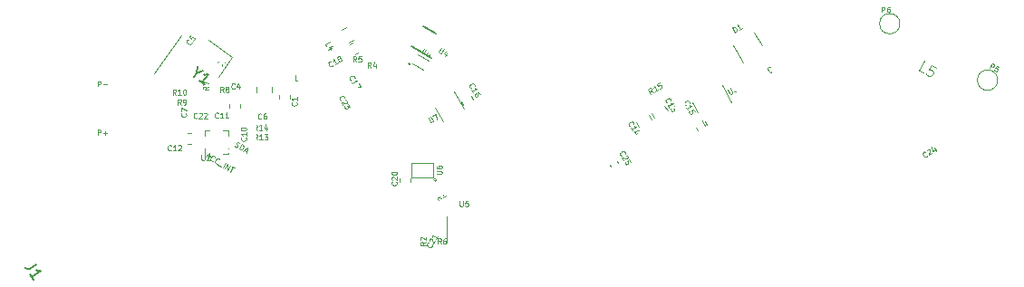
<source format=gbr>
G04 #@! TF.GenerationSoftware,KiCad,Pcbnew,(5.1.10)-1*
G04 #@! TF.CreationDate,2021-06-26T09:27:45-04:00*
G04 #@! TF.ProjectId,Main,4d61696e-2e6b-4696-9361-645f70636258,5*
G04 #@! TF.SameCoordinates,Original*
G04 #@! TF.FileFunction,Legend,Top*
G04 #@! TF.FilePolarity,Positive*
%FSLAX46Y46*%
G04 Gerber Fmt 4.6, Leading zero omitted, Abs format (unit mm)*
G04 Created by KiCad (PCBNEW (5.1.10)-1) date 2021-06-26 09:27:45*
%MOMM*%
%LPD*%
G01*
G04 APERTURE LIST*
%ADD10C,0.100000*%
%ADD11C,0.120000*%
%ADD12C,0.150000*%
%ADD13C,0.500000*%
%ADD14R,0.600000X1.100000*%
%ADD15C,2.500000*%
%ADD16R,0.375000X0.350000*%
%ADD17R,0.350000X0.375000*%
%ADD18R,0.650000X1.060000*%
%ADD19C,1.500000*%
%ADD20C,0.254000*%
G04 APERTURE END LIST*
D10*
X179809471Y-100778440D02*
X179397078Y-100540344D01*
X179897078Y-99674319D01*
X181010540Y-100317176D02*
X180598147Y-100079081D01*
X180318812Y-100467664D01*
X180383861Y-100450235D01*
X180490149Y-100456614D01*
X180696346Y-100575662D01*
X180755015Y-100664520D01*
X180772444Y-100729569D01*
X180766065Y-100835857D01*
X180647017Y-101042054D01*
X180558159Y-101100723D01*
X180493110Y-101118153D01*
X180386822Y-101111773D01*
X180180625Y-100992725D01*
X180121956Y-100903867D01*
X180104526Y-100838818D01*
X110500000Y-97250000D02*
X108000000Y-100800000D01*
X102719523Y-102056190D02*
X102719523Y-101556190D01*
X102910000Y-101556190D01*
X102957619Y-101580000D01*
X102981428Y-101603809D01*
X103005238Y-101651428D01*
X103005238Y-101722857D01*
X102981428Y-101770476D01*
X102957619Y-101794285D01*
X102910000Y-101818095D01*
X102719523Y-101818095D01*
X103219523Y-101865714D02*
X103600476Y-101865714D01*
X102699523Y-106616190D02*
X102699523Y-106116190D01*
X102890000Y-106116190D01*
X102937619Y-106140000D01*
X102961428Y-106163809D01*
X102985238Y-106211428D01*
X102985238Y-106282857D01*
X102961428Y-106330476D01*
X102937619Y-106354285D01*
X102890000Y-106378095D01*
X102699523Y-106378095D01*
X103199523Y-106425714D02*
X103580476Y-106425714D01*
X103390000Y-106616190D02*
X103390000Y-106235238D01*
D11*
X115256594Y-99281333D02*
X113044884Y-97732677D01*
X113937368Y-101165383D02*
X115256594Y-99281333D01*
D10*
X132090385Y-99893013D02*
X133129615Y-100493013D01*
X132590385Y-99026987D02*
X133629615Y-99626987D01*
X131917180Y-99966218D02*
G75*
G03*
X131917180Y-99966218I-100000J0D01*
G01*
D11*
X134255411Y-104093782D02*
X134955411Y-105306218D01*
X136964589Y-104146218D02*
X136014589Y-102500770D01*
D10*
X134391421Y-110790000D02*
G75*
G03*
X134391421Y-110790000I-141421J0D01*
G01*
X132050000Y-110590000D02*
X134050000Y-110590000D01*
X132050000Y-109190000D02*
X132050000Y-110590000D01*
X134050000Y-109190000D02*
X132050000Y-109190000D01*
X134050000Y-110590000D02*
X134050000Y-109190000D01*
D11*
X158245699Y-103585577D02*
X159470699Y-105707339D01*
X161934301Y-103534423D02*
X161034301Y-101975577D01*
X151197851Y-109036611D02*
X151305687Y-109223389D01*
X150574313Y-109396611D02*
X150682149Y-109583389D01*
X154447083Y-104559166D02*
X154705661Y-105007036D01*
X155676839Y-103849166D02*
X155935417Y-104297036D01*
X119610001Y-102857221D02*
X119610001Y-103182779D01*
X120629999Y-102857221D02*
X120629999Y-103182779D01*
X117550000Y-102588578D02*
X117550000Y-102071422D01*
X118970000Y-102588578D02*
X118970000Y-102071422D01*
X112670000Y-108350000D02*
X112670000Y-108350000D01*
X112670000Y-107850000D02*
X112670000Y-108350000D01*
X114370000Y-108350000D02*
X114370000Y-108350000D01*
X114870000Y-108350000D02*
X114370000Y-108350000D01*
X114870000Y-107850000D02*
X114870000Y-108350000D01*
X114870000Y-106650000D02*
X114870000Y-106650000D01*
X114870000Y-106150000D02*
X114870000Y-106650000D01*
X114370000Y-106150000D02*
X114870000Y-106150000D01*
X113170000Y-106150000D02*
X113170000Y-106150000D01*
X112670000Y-106150000D02*
X113170000Y-106150000D01*
X112670000Y-106650000D02*
X112670000Y-106150000D01*
X164744589Y-98226218D02*
X164044589Y-97013782D01*
X162035411Y-98173782D02*
X162985411Y-99819230D01*
X135350000Y-114240000D02*
X135350000Y-116690000D01*
X138570000Y-116040000D02*
X138570000Y-114240000D01*
D12*
X133865737Y-99407628D02*
X131982132Y-98320128D01*
X134337868Y-97139872D02*
X133082132Y-96414872D01*
D11*
X136849717Y-103765970D02*
X136686938Y-103484029D01*
X137733062Y-103255971D02*
X137570283Y-102974030D01*
X115020000Y-104032779D02*
X115020000Y-103707221D01*
X116040000Y-104032779D02*
X116040000Y-103707221D01*
X111079721Y-107460000D02*
X111405279Y-107460000D01*
X111079721Y-106440000D02*
X111405279Y-106440000D01*
X154206839Y-104689166D02*
X154465417Y-105137036D01*
X152977083Y-105399166D02*
X153235661Y-105847036D01*
X158563188Y-105872034D02*
X158725967Y-106153976D01*
X159446533Y-105362034D02*
X159609312Y-105643976D01*
X126264029Y-98159717D02*
X126545971Y-97996938D01*
X126774029Y-99043062D02*
X127055971Y-98880283D01*
X130900000Y-110982779D02*
X130900000Y-110657221D01*
X131920000Y-110982779D02*
X131920000Y-110657221D01*
X125920834Y-96505833D02*
X125472964Y-96764411D01*
X126630834Y-97735589D02*
X126182964Y-97994167D01*
X186790000Y-101470000D02*
G75*
G03*
X186790000Y-101470000I-950000J0D01*
G01*
X177650000Y-96190000D02*
G75*
G03*
X177650000Y-96190000I-950000J0D01*
G01*
D12*
X111967557Y-100794698D02*
X111694425Y-101184771D01*
X111994951Y-100174426D02*
X111967557Y-100794698D01*
X112541052Y-100556811D01*
X112669606Y-101867600D02*
X112201519Y-101539842D01*
X112435563Y-101703721D02*
X113009139Y-100884569D01*
X112849185Y-100946964D01*
X112716544Y-100970352D01*
X112611217Y-100954733D01*
D10*
X115483008Y-107616695D02*
X115532962Y-107673029D01*
X115636060Y-107732553D01*
X115689204Y-107735743D01*
X115721729Y-107727028D01*
X115766158Y-107697693D01*
X115789968Y-107656454D01*
X115793157Y-107603310D01*
X115784443Y-107570786D01*
X115755108Y-107526356D01*
X115684534Y-107458118D01*
X115655200Y-107413688D01*
X115646485Y-107381164D01*
X115649675Y-107328020D01*
X115673484Y-107286781D01*
X115717913Y-107257446D01*
X115750438Y-107248731D01*
X115803582Y-107251921D01*
X115906680Y-107311445D01*
X115956634Y-107367779D01*
X115904116Y-107887315D02*
X116154116Y-107454302D01*
X116257214Y-107513826D01*
X116307168Y-107570160D01*
X116324598Y-107635209D01*
X116321408Y-107688353D01*
X116294409Y-107782736D01*
X116258695Y-107844595D01*
X116190456Y-107915169D01*
X116146027Y-107944503D01*
X116080978Y-107961933D01*
X116007214Y-107946839D01*
X115904116Y-107887315D01*
X116387937Y-108001692D02*
X116594134Y-108120740D01*
X116275270Y-108101600D02*
X116669607Y-107751921D01*
X116563945Y-108268267D01*
X112862393Y-108566692D02*
X113068590Y-108685740D01*
X112749725Y-108666600D02*
X113144063Y-108316921D01*
X113038400Y-108833267D01*
X113453983Y-109018218D02*
X113421459Y-109026933D01*
X113347695Y-109011839D01*
X113306456Y-108988029D01*
X113256502Y-108931695D01*
X113239072Y-108866646D01*
X113242262Y-108813502D01*
X113269261Y-108719119D01*
X113304975Y-108657260D01*
X113373214Y-108586686D01*
X113417643Y-108557352D01*
X113482692Y-108539922D01*
X113556456Y-108555016D01*
X113597695Y-108578826D01*
X113647649Y-108635160D01*
X113656364Y-108667684D01*
X113886996Y-109268218D02*
X113854471Y-109276933D01*
X113780708Y-109261839D01*
X113739468Y-109238029D01*
X113689514Y-109181695D01*
X113672084Y-109116646D01*
X113675274Y-109063502D01*
X113702274Y-108969119D01*
X113737988Y-108907260D01*
X113806227Y-108836686D01*
X113850656Y-108807352D01*
X113915705Y-108789922D01*
X113989468Y-108805016D01*
X114030708Y-108828826D01*
X114080662Y-108885160D01*
X114089377Y-108917684D01*
X113921855Y-109398316D02*
X114251770Y-109588792D01*
X114378678Y-109607077D02*
X114628678Y-109174064D01*
X114584874Y-109726124D02*
X114834874Y-109293112D01*
X114832310Y-109868981D01*
X115082310Y-109435969D01*
X115226648Y-109519302D02*
X115474083Y-109662159D01*
X115100365Y-110023743D02*
X115350365Y-109590731D01*
X133191990Y-98423070D02*
X132989609Y-98773604D01*
X132986419Y-98826748D01*
X132995134Y-98859273D01*
X133024468Y-98903702D01*
X133106947Y-98951321D01*
X133160091Y-98954511D01*
X133192616Y-98945796D01*
X133237045Y-98916462D01*
X133439426Y-98565927D01*
X133600338Y-98906266D02*
X133571004Y-98861837D01*
X133562289Y-98829313D01*
X133565479Y-98776169D01*
X133577383Y-98755549D01*
X133621813Y-98726214D01*
X133654337Y-98717499D01*
X133707481Y-98720689D01*
X133789960Y-98768308D01*
X133819294Y-98812738D01*
X133828009Y-98845262D01*
X133824819Y-98898406D01*
X133812915Y-98919026D01*
X133768485Y-98948360D01*
X133735961Y-98957075D01*
X133682817Y-98953885D01*
X133600338Y-98906266D01*
X133547194Y-98903076D01*
X133514670Y-98911791D01*
X133470241Y-98941126D01*
X133422622Y-99023604D01*
X133419432Y-99076748D01*
X133428147Y-99109273D01*
X133457481Y-99153702D01*
X133539960Y-99201321D01*
X133593104Y-99204511D01*
X133625628Y-99195796D01*
X133670057Y-99166462D01*
X133717676Y-99083983D01*
X133720866Y-99030839D01*
X133712151Y-98998314D01*
X133682817Y-98953885D01*
X133580184Y-105016161D02*
X133782565Y-105366695D01*
X133826994Y-105396029D01*
X133859519Y-105404744D01*
X133912663Y-105401554D01*
X133995142Y-105353935D01*
X134024476Y-105309506D01*
X134033191Y-105276982D01*
X134030001Y-105223838D01*
X133827620Y-104873304D01*
X133992577Y-104778065D02*
X134281252Y-104611399D01*
X134345676Y-105151554D01*
X134351190Y-110265952D02*
X134755952Y-110265952D01*
X134803571Y-110242142D01*
X134827380Y-110218333D01*
X134851190Y-110170714D01*
X134851190Y-110075476D01*
X134827380Y-110027857D01*
X134803571Y-110004047D01*
X134755952Y-109980238D01*
X134351190Y-109980238D01*
X134351190Y-109527857D02*
X134351190Y-109623095D01*
X134375000Y-109670714D01*
X134398809Y-109694523D01*
X134470238Y-109742142D01*
X134565476Y-109765952D01*
X134755952Y-109765952D01*
X134803571Y-109742142D01*
X134827380Y-109718333D01*
X134851190Y-109670714D01*
X134851190Y-109575476D01*
X134827380Y-109527857D01*
X134803571Y-109504047D01*
X134755952Y-109480238D01*
X134636904Y-109480238D01*
X134589285Y-109504047D01*
X134565476Y-109527857D01*
X134541666Y-109575476D01*
X134541666Y-109670714D01*
X134565476Y-109718333D01*
X134589285Y-109742142D01*
X134636904Y-109765952D01*
D12*
X96965785Y-118706885D02*
X96380676Y-119116583D01*
X96236341Y-119159515D01*
X96103700Y-119136127D01*
X95982754Y-119046418D01*
X95928127Y-118968404D01*
X96720209Y-120099614D02*
X96392451Y-119631527D01*
X96556330Y-119865570D02*
X97375482Y-119291994D01*
X97203834Y-119295919D01*
X97071193Y-119272531D01*
X96977560Y-119221830D01*
D10*
X161553180Y-102373350D02*
X161755561Y-102723884D01*
X161799990Y-102753218D01*
X161832515Y-102761933D01*
X161885659Y-102758743D01*
X161968138Y-102711124D01*
X161997472Y-102666695D01*
X162006187Y-102634171D01*
X162002997Y-102581027D01*
X161800616Y-102230493D01*
X161965573Y-102135254D02*
X162233629Y-101980493D01*
X162184529Y-102228783D01*
X162246388Y-102193069D01*
X162299532Y-102189879D01*
X162332057Y-102198594D01*
X162376486Y-102227928D01*
X162436010Y-102331027D01*
X162439200Y-102384171D01*
X162430485Y-102416695D01*
X162401150Y-102461124D01*
X162277432Y-102532553D01*
X162224288Y-102535743D01*
X162191764Y-102527028D01*
X117987243Y-105050294D02*
X117963434Y-105074103D01*
X117892005Y-105097913D01*
X117844386Y-105097913D01*
X117772957Y-105074103D01*
X117725338Y-105026484D01*
X117701529Y-104978865D01*
X117677719Y-104883627D01*
X117677719Y-104812199D01*
X117701529Y-104716961D01*
X117725338Y-104669342D01*
X117772957Y-104621723D01*
X117844386Y-104597913D01*
X117892005Y-104597913D01*
X117963434Y-104621723D01*
X117987243Y-104645532D01*
X118415815Y-104597913D02*
X118320577Y-104597913D01*
X118272957Y-104621723D01*
X118249148Y-104645532D01*
X118201529Y-104716961D01*
X118177719Y-104812199D01*
X118177719Y-105002675D01*
X118201529Y-105050294D01*
X118225338Y-105074103D01*
X118272957Y-105097913D01*
X118368196Y-105097913D01*
X118415815Y-105074103D01*
X118439624Y-105050294D01*
X118463434Y-105002675D01*
X118463434Y-104883627D01*
X118439624Y-104836008D01*
X118415815Y-104812199D01*
X118368196Y-104788389D01*
X118272957Y-104788389D01*
X118225338Y-104812199D01*
X118201529Y-104836008D01*
X118177719Y-104883627D01*
X117618571Y-107036190D02*
X117451904Y-106798095D01*
X117332857Y-107036190D02*
X117332857Y-106536190D01*
X117523333Y-106536190D01*
X117570952Y-106560000D01*
X117594761Y-106583809D01*
X117618571Y-106631428D01*
X117618571Y-106702857D01*
X117594761Y-106750476D01*
X117570952Y-106774285D01*
X117523333Y-106798095D01*
X117332857Y-106798095D01*
X118094761Y-107036190D02*
X117809047Y-107036190D01*
X117951904Y-107036190D02*
X117951904Y-106536190D01*
X117904285Y-106607619D01*
X117856666Y-106655238D01*
X117809047Y-106679047D01*
X118261428Y-106536190D02*
X118570952Y-106536190D01*
X118404285Y-106726666D01*
X118475714Y-106726666D01*
X118523333Y-106750476D01*
X118547142Y-106774285D01*
X118570952Y-106821904D01*
X118570952Y-106940952D01*
X118547142Y-106988571D01*
X118523333Y-107012380D01*
X118475714Y-107036190D01*
X118332857Y-107036190D01*
X118285238Y-107012380D01*
X118261428Y-106988571D01*
X117588571Y-106126190D02*
X117421904Y-105888095D01*
X117302857Y-106126190D02*
X117302857Y-105626190D01*
X117493333Y-105626190D01*
X117540952Y-105650000D01*
X117564761Y-105673809D01*
X117588571Y-105721428D01*
X117588571Y-105792857D01*
X117564761Y-105840476D01*
X117540952Y-105864285D01*
X117493333Y-105888095D01*
X117302857Y-105888095D01*
X118064761Y-106126190D02*
X117779047Y-106126190D01*
X117921904Y-106126190D02*
X117921904Y-105626190D01*
X117874285Y-105697619D01*
X117826666Y-105745238D01*
X117779047Y-105769047D01*
X118493333Y-105792857D02*
X118493333Y-106126190D01*
X118374285Y-105602380D02*
X118255238Y-105959523D01*
X118564761Y-105959523D01*
X151629227Y-108540920D02*
X151596702Y-108532205D01*
X151540368Y-108482251D01*
X151516559Y-108441012D01*
X151501464Y-108367248D01*
X151518894Y-108302199D01*
X151548229Y-108257770D01*
X151618802Y-108189531D01*
X151680661Y-108153817D01*
X151775045Y-108126817D01*
X151828189Y-108123628D01*
X151893238Y-108141057D01*
X151949572Y-108191012D01*
X151973381Y-108232251D01*
X151988476Y-108306015D01*
X151979761Y-108338539D01*
X152074999Y-108503496D02*
X152107523Y-108512211D01*
X152151953Y-108541546D01*
X152211476Y-108644644D01*
X152214666Y-108697788D01*
X152205951Y-108730312D01*
X152176617Y-108774742D01*
X152135378Y-108798551D01*
X152061614Y-108813646D01*
X151671321Y-108709067D01*
X151826083Y-108977122D01*
X152485286Y-109118896D02*
X152366238Y-108912699D01*
X152148137Y-109011127D01*
X152180661Y-109019842D01*
X152225091Y-109049177D01*
X152284614Y-109152275D01*
X152287804Y-109205419D01*
X152279089Y-109237943D01*
X152249755Y-109282373D01*
X152146657Y-109341896D01*
X152093513Y-109345086D01*
X152060988Y-109336371D01*
X152016559Y-109307037D01*
X151957035Y-109203939D01*
X151953845Y-109150795D01*
X151962560Y-109118270D01*
X154634729Y-102606600D02*
X154371344Y-102483737D01*
X154387294Y-102749458D02*
X154137294Y-102316445D01*
X154302251Y-102221207D01*
X154355395Y-102218017D01*
X154387919Y-102226732D01*
X154432348Y-102256066D01*
X154468063Y-102317925D01*
X154471253Y-102371069D01*
X154462538Y-102403594D01*
X154433203Y-102448023D01*
X154268246Y-102543261D01*
X155047122Y-102368505D02*
X154799687Y-102511362D01*
X154923405Y-102439934D02*
X154673405Y-102006921D01*
X154667880Y-102092590D01*
X154650450Y-102157638D01*
X154621115Y-102202068D01*
X155188896Y-101709302D02*
X154982699Y-101828350D01*
X155081127Y-102046451D01*
X155089842Y-102013927D01*
X155119177Y-101969497D01*
X155222275Y-101909974D01*
X155275419Y-101906784D01*
X155307943Y-101915499D01*
X155352373Y-101944833D01*
X155411896Y-102047931D01*
X155415086Y-102101075D01*
X155406371Y-102133600D01*
X155377037Y-102178029D01*
X155273939Y-102237553D01*
X155220795Y-102240743D01*
X155188270Y-102232028D01*
X155887138Y-103577122D02*
X155854613Y-103568407D01*
X155798279Y-103518453D01*
X155774470Y-103477214D01*
X155759375Y-103403450D01*
X155776805Y-103338401D01*
X155806140Y-103293972D01*
X155876713Y-103225733D01*
X155938572Y-103190019D01*
X156032956Y-103163019D01*
X156086100Y-103159830D01*
X156151149Y-103177259D01*
X156207483Y-103227214D01*
X156231292Y-103268453D01*
X156246387Y-103342217D01*
X156237672Y-103374741D01*
X156083994Y-104013324D02*
X155941137Y-103765889D01*
X156012565Y-103889607D02*
X156445578Y-103639607D01*
X156359909Y-103634082D01*
X156294861Y-103616652D01*
X156250431Y-103587317D01*
X156600340Y-103907662D02*
X156755102Y-104175718D01*
X156506811Y-104126618D01*
X156542525Y-104188477D01*
X156545715Y-104241621D01*
X156537000Y-104274145D01*
X156507666Y-104318575D01*
X156404568Y-104378098D01*
X156351424Y-104381288D01*
X156318899Y-104372573D01*
X156274470Y-104343239D01*
X156203041Y-104219521D01*
X156199852Y-104166377D01*
X156208566Y-104133853D01*
X133933933Y-116877651D02*
X133942647Y-116910175D01*
X133927553Y-116983939D01*
X133903743Y-117025178D01*
X133847409Y-117075132D01*
X133782361Y-117092562D01*
X133729217Y-117089372D01*
X133634833Y-117062373D01*
X133572974Y-117026658D01*
X133502400Y-116958420D01*
X133473066Y-116913991D01*
X133455636Y-116848942D01*
X133470731Y-116775178D01*
X133494540Y-116733939D01*
X133550874Y-116683984D01*
X133583399Y-116675270D01*
X133678637Y-116510312D02*
X133669922Y-116477788D01*
X133673112Y-116424644D01*
X133732635Y-116321546D01*
X133777065Y-116292211D01*
X133809589Y-116283496D01*
X133862733Y-116286686D01*
X133903972Y-116310496D01*
X133953927Y-116366830D01*
X134058505Y-116757122D01*
X134213267Y-116489067D01*
X134451362Y-116076674D02*
X134308505Y-116324110D01*
X134379934Y-116200392D02*
X133946921Y-115950392D01*
X133984971Y-116027345D01*
X134002400Y-116092394D01*
X133999210Y-116145538D01*
X134796666Y-116766190D02*
X134630000Y-116528095D01*
X134510952Y-116766190D02*
X134510952Y-116266190D01*
X134701428Y-116266190D01*
X134749047Y-116290000D01*
X134772857Y-116313809D01*
X134796666Y-116361428D01*
X134796666Y-116432857D01*
X134772857Y-116480476D01*
X134749047Y-116504285D01*
X134701428Y-116528095D01*
X134510952Y-116528095D01*
X135225238Y-116266190D02*
X135130000Y-116266190D01*
X135082380Y-116290000D01*
X135058571Y-116313809D01*
X135010952Y-116385238D01*
X134987142Y-116480476D01*
X134987142Y-116670952D01*
X135010952Y-116718571D01*
X135034761Y-116742380D01*
X135082380Y-116766190D01*
X135177619Y-116766190D01*
X135225238Y-116742380D01*
X135249047Y-116718571D01*
X135272857Y-116670952D01*
X135272857Y-116551904D01*
X135249047Y-116504285D01*
X135225238Y-116480476D01*
X135177619Y-116456666D01*
X135082380Y-116456666D01*
X135034761Y-116480476D01*
X135010952Y-116504285D01*
X134987142Y-116551904D01*
X121258571Y-103553333D02*
X121282380Y-103577142D01*
X121306190Y-103648571D01*
X121306190Y-103696190D01*
X121282380Y-103767619D01*
X121234761Y-103815238D01*
X121187142Y-103839047D01*
X121091904Y-103862857D01*
X121020476Y-103862857D01*
X120925238Y-103839047D01*
X120877619Y-103815238D01*
X120830000Y-103767619D01*
X120806190Y-103696190D01*
X120806190Y-103648571D01*
X120830000Y-103577142D01*
X120853809Y-103553333D01*
X121306190Y-103077142D02*
X121306190Y-103362857D01*
X121306190Y-103220000D02*
X120806190Y-103220000D01*
X120877619Y-103267619D01*
X120925238Y-103315238D01*
X120949047Y-103362857D01*
X117176190Y-102373333D02*
X117176190Y-102611428D01*
X116676190Y-102611428D01*
X117176190Y-101944761D02*
X117176190Y-102230476D01*
X117176190Y-102087619D02*
X116676190Y-102087619D01*
X116747619Y-102135238D01*
X116795238Y-102182857D01*
X116819047Y-102230476D01*
X121386666Y-101486190D02*
X121148571Y-101486190D01*
X121148571Y-100986190D01*
X121529523Y-101033809D02*
X121553333Y-101010000D01*
X121600952Y-100986190D01*
X121720000Y-100986190D01*
X121767619Y-101010000D01*
X121791428Y-101033809D01*
X121815238Y-101081428D01*
X121815238Y-101129047D01*
X121791428Y-101200476D01*
X121505714Y-101486190D01*
X121815238Y-101486190D01*
X125414638Y-103360920D02*
X125382113Y-103352205D01*
X125325779Y-103302251D01*
X125301970Y-103261012D01*
X125286875Y-103187248D01*
X125304305Y-103122199D01*
X125333640Y-103077770D01*
X125404213Y-103009531D01*
X125466072Y-102973817D01*
X125560456Y-102946817D01*
X125613600Y-102943628D01*
X125678649Y-102961057D01*
X125734983Y-103011012D01*
X125758792Y-103052251D01*
X125773887Y-103126015D01*
X125765172Y-103158539D01*
X125860410Y-103323496D02*
X125892934Y-103332211D01*
X125937364Y-103361546D01*
X125996887Y-103464644D01*
X126000077Y-103517788D01*
X125991362Y-103550312D01*
X125962028Y-103594742D01*
X125920789Y-103618551D01*
X125847025Y-103633646D01*
X125456732Y-103529067D01*
X125611494Y-103797122D01*
X126127840Y-103691460D02*
X126282602Y-103959516D01*
X126034311Y-103910416D01*
X126070025Y-103972275D01*
X126073215Y-104025419D01*
X126064500Y-104057943D01*
X126035166Y-104102373D01*
X125932068Y-104161896D01*
X125878924Y-104165086D01*
X125846399Y-104156371D01*
X125801970Y-104127037D01*
X125730541Y-104003319D01*
X125727352Y-103950175D01*
X125736066Y-103917651D01*
X114342748Y-99995606D02*
X114348595Y-100028766D01*
X114327129Y-100100933D01*
X114299815Y-100139940D01*
X114239342Y-100184795D01*
X114173022Y-100196489D01*
X114120358Y-100188679D01*
X114028687Y-100153557D01*
X113970176Y-100112587D01*
X113905818Y-100038457D01*
X113880467Y-99991640D01*
X113868773Y-99925320D01*
X113890239Y-99853152D01*
X113917553Y-99814145D01*
X113978026Y-99769291D01*
X114011186Y-99763444D01*
X114120439Y-99607415D02*
X114114592Y-99574254D01*
X114122401Y-99521591D01*
X114190684Y-99424073D01*
X114237501Y-99398722D01*
X114270661Y-99392875D01*
X114323325Y-99400684D01*
X114362332Y-99427998D01*
X114407186Y-99488471D01*
X114477351Y-99886393D01*
X114654886Y-99632846D01*
X111483320Y-97923661D02*
X111489167Y-97956821D01*
X111467701Y-98028988D01*
X111440387Y-98067995D01*
X111379914Y-98112850D01*
X111313594Y-98124544D01*
X111260930Y-98116734D01*
X111169259Y-98081612D01*
X111110748Y-98040642D01*
X111046390Y-97966512D01*
X111021039Y-97919695D01*
X111009345Y-97853375D01*
X111030811Y-97781207D01*
X111058125Y-97742200D01*
X111118598Y-97697346D01*
X111151758Y-97691499D01*
X111372226Y-97293617D02*
X111235660Y-97488653D01*
X111417040Y-97644722D01*
X111411193Y-97611562D01*
X111419002Y-97558898D01*
X111487285Y-97461380D01*
X111534102Y-97436030D01*
X111567262Y-97430183D01*
X111619926Y-97437992D01*
X111717444Y-97506275D01*
X111742795Y-97553092D01*
X111748642Y-97586252D01*
X111740832Y-97638916D01*
X111672549Y-97736434D01*
X111625732Y-97761785D01*
X111592572Y-97767632D01*
X110948571Y-104593333D02*
X110972380Y-104617142D01*
X110996190Y-104688571D01*
X110996190Y-104736190D01*
X110972380Y-104807619D01*
X110924761Y-104855238D01*
X110877142Y-104879047D01*
X110781904Y-104902857D01*
X110710476Y-104902857D01*
X110615238Y-104879047D01*
X110567619Y-104855238D01*
X110520000Y-104807619D01*
X110496190Y-104736190D01*
X110496190Y-104688571D01*
X110520000Y-104617142D01*
X110543809Y-104593333D01*
X110496190Y-104426666D02*
X110496190Y-104093333D01*
X110996190Y-104307619D01*
X113958571Y-104968571D02*
X113934761Y-104992380D01*
X113863333Y-105016190D01*
X113815714Y-105016190D01*
X113744285Y-104992380D01*
X113696666Y-104944761D01*
X113672857Y-104897142D01*
X113649047Y-104801904D01*
X113649047Y-104730476D01*
X113672857Y-104635238D01*
X113696666Y-104587619D01*
X113744285Y-104540000D01*
X113815714Y-104516190D01*
X113863333Y-104516190D01*
X113934761Y-104540000D01*
X113958571Y-104563809D01*
X114434761Y-105016190D02*
X114149047Y-105016190D01*
X114291904Y-105016190D02*
X114291904Y-104516190D01*
X114244285Y-104587619D01*
X114196666Y-104635238D01*
X114149047Y-104659047D01*
X114910952Y-105016190D02*
X114625238Y-105016190D01*
X114768095Y-105016190D02*
X114768095Y-104516190D01*
X114720476Y-104587619D01*
X114672857Y-104635238D01*
X114625238Y-104659047D01*
X116538571Y-106841428D02*
X116562380Y-106865238D01*
X116586190Y-106936666D01*
X116586190Y-106984285D01*
X116562380Y-107055714D01*
X116514761Y-107103333D01*
X116467142Y-107127142D01*
X116371904Y-107150952D01*
X116300476Y-107150952D01*
X116205238Y-107127142D01*
X116157619Y-107103333D01*
X116110000Y-107055714D01*
X116086190Y-106984285D01*
X116086190Y-106936666D01*
X116110000Y-106865238D01*
X116133809Y-106841428D01*
X116586190Y-106365238D02*
X116586190Y-106650952D01*
X116586190Y-106508095D02*
X116086190Y-106508095D01*
X116157619Y-106555714D01*
X116205238Y-106603333D01*
X116229047Y-106650952D01*
X116086190Y-106055714D02*
X116086190Y-106008095D01*
X116110000Y-105960476D01*
X116133809Y-105936666D01*
X116181428Y-105912857D01*
X116276666Y-105889047D01*
X116395714Y-105889047D01*
X116490952Y-105912857D01*
X116538571Y-105936666D01*
X116562380Y-105960476D01*
X116586190Y-106008095D01*
X116586190Y-106055714D01*
X116562380Y-106103333D01*
X116538571Y-106127142D01*
X116490952Y-106150952D01*
X116395714Y-106174761D01*
X116276666Y-106174761D01*
X116181428Y-106150952D01*
X116133809Y-106127142D01*
X116110000Y-106103333D01*
X116086190Y-106055714D01*
X126364638Y-101470920D02*
X126332113Y-101462205D01*
X126275779Y-101412251D01*
X126251970Y-101371012D01*
X126236875Y-101297248D01*
X126254305Y-101232199D01*
X126283640Y-101187770D01*
X126354213Y-101119531D01*
X126416072Y-101083817D01*
X126510456Y-101056817D01*
X126563600Y-101053628D01*
X126628649Y-101071057D01*
X126684983Y-101121012D01*
X126708792Y-101162251D01*
X126723887Y-101236015D01*
X126715172Y-101268539D01*
X126561494Y-101907122D02*
X126418637Y-101659687D01*
X126490065Y-101783405D02*
X126923078Y-101533405D01*
X126837409Y-101527880D01*
X126772361Y-101510450D01*
X126727931Y-101481115D01*
X127077840Y-101801460D02*
X127244506Y-102090135D01*
X126704351Y-102154558D01*
X165720920Y-100595361D02*
X165712205Y-100627886D01*
X165662251Y-100684220D01*
X165621012Y-100708029D01*
X165547248Y-100723124D01*
X165482199Y-100705694D01*
X165437770Y-100676359D01*
X165369531Y-100605786D01*
X165333817Y-100543927D01*
X165306817Y-100449543D01*
X165303628Y-100396399D01*
X165321057Y-100331350D01*
X165371012Y-100275016D01*
X165412251Y-100251207D01*
X165486015Y-100236112D01*
X165518539Y-100244827D01*
X166157122Y-100398505D02*
X165909687Y-100541362D01*
X166033405Y-100469934D02*
X165783405Y-100036921D01*
X165777880Y-100122590D01*
X165760450Y-100187638D01*
X165731115Y-100232068D01*
X166363319Y-100279458D02*
X166445798Y-100231839D01*
X166475132Y-100187409D01*
X166483847Y-100154885D01*
X166489372Y-100069217D01*
X166462373Y-99974833D01*
X166367135Y-99809876D01*
X166322705Y-99780541D01*
X166290181Y-99771826D01*
X166237037Y-99775016D01*
X166154558Y-99822635D01*
X166125224Y-99867065D01*
X166116509Y-99899589D01*
X166119699Y-99952733D01*
X166179223Y-100055831D01*
X166223652Y-100085166D01*
X166256176Y-100093881D01*
X166309320Y-100090691D01*
X166391799Y-100043072D01*
X166421133Y-99998643D01*
X166429848Y-99966118D01*
X166426658Y-99912974D01*
X111978571Y-104978571D02*
X111954761Y-105002380D01*
X111883333Y-105026190D01*
X111835714Y-105026190D01*
X111764285Y-105002380D01*
X111716666Y-104954761D01*
X111692857Y-104907142D01*
X111669047Y-104811904D01*
X111669047Y-104740476D01*
X111692857Y-104645238D01*
X111716666Y-104597619D01*
X111764285Y-104550000D01*
X111835714Y-104526190D01*
X111883333Y-104526190D01*
X111954761Y-104550000D01*
X111978571Y-104573809D01*
X112169047Y-104573809D02*
X112192857Y-104550000D01*
X112240476Y-104526190D01*
X112359523Y-104526190D01*
X112407142Y-104550000D01*
X112430952Y-104573809D01*
X112454761Y-104621428D01*
X112454761Y-104669047D01*
X112430952Y-104740476D01*
X112145238Y-105026190D01*
X112454761Y-105026190D01*
X112645238Y-104573809D02*
X112669047Y-104550000D01*
X112716666Y-104526190D01*
X112835714Y-104526190D01*
X112883333Y-104550000D01*
X112907142Y-104573809D01*
X112930952Y-104621428D01*
X112930952Y-104669047D01*
X112907142Y-104740476D01*
X112621428Y-105026190D01*
X112930952Y-105026190D01*
X180210920Y-108515361D02*
X180202205Y-108547886D01*
X180152251Y-108604220D01*
X180111012Y-108628029D01*
X180037248Y-108643124D01*
X179972199Y-108625694D01*
X179927770Y-108596359D01*
X179859531Y-108525786D01*
X179823817Y-108463927D01*
X179796817Y-108369543D01*
X179793628Y-108316399D01*
X179811057Y-108251350D01*
X179861012Y-108195016D01*
X179902251Y-108171207D01*
X179976015Y-108156112D01*
X180008539Y-108164827D01*
X180173496Y-108069589D02*
X180182211Y-108037065D01*
X180211546Y-107992635D01*
X180314644Y-107933112D01*
X180367788Y-107929922D01*
X180400312Y-107938637D01*
X180444742Y-107967971D01*
X180468551Y-108009210D01*
X180483646Y-108082974D01*
X180379067Y-108473267D01*
X180647122Y-108318505D01*
X180851610Y-107815544D02*
X181018276Y-108104220D01*
X180653273Y-107710111D02*
X180728746Y-108078930D01*
X180996802Y-107924168D01*
X112409047Y-108446190D02*
X112409047Y-108850952D01*
X112432857Y-108898571D01*
X112456666Y-108922380D01*
X112504285Y-108946190D01*
X112599523Y-108946190D01*
X112647142Y-108922380D01*
X112670952Y-108898571D01*
X112694761Y-108850952D01*
X112694761Y-108446190D01*
X112909047Y-108493809D02*
X112932857Y-108470000D01*
X112980476Y-108446190D01*
X113099523Y-108446190D01*
X113147142Y-108470000D01*
X113170952Y-108493809D01*
X113194761Y-108541428D01*
X113194761Y-108589047D01*
X113170952Y-108660476D01*
X112885238Y-108946190D01*
X113194761Y-108946190D01*
X162243490Y-96990410D02*
X161993490Y-96557397D01*
X162096588Y-96497873D01*
X162170352Y-96482779D01*
X162235401Y-96500209D01*
X162279830Y-96529543D01*
X162348069Y-96600117D01*
X162383783Y-96661976D01*
X162410782Y-96756359D01*
X162413972Y-96809503D01*
X162396543Y-96874552D01*
X162346588Y-96930886D01*
X162243490Y-96990410D01*
X162903319Y-96609458D02*
X162655883Y-96752315D01*
X162779601Y-96680886D02*
X162529601Y-96247873D01*
X162524076Y-96333542D01*
X162506646Y-96398591D01*
X162477312Y-96443020D01*
X136539047Y-112766190D02*
X136539047Y-113170952D01*
X136562857Y-113218571D01*
X136586666Y-113242380D01*
X136634285Y-113266190D01*
X136729523Y-113266190D01*
X136777142Y-113242380D01*
X136800952Y-113218571D01*
X136824761Y-113170952D01*
X136824761Y-112766190D01*
X137300952Y-112766190D02*
X137062857Y-112766190D01*
X137039047Y-113004285D01*
X137062857Y-112980476D01*
X137110476Y-112956666D01*
X137229523Y-112956666D01*
X137277142Y-112980476D01*
X137300952Y-113004285D01*
X137324761Y-113051904D01*
X137324761Y-113170952D01*
X137300952Y-113218571D01*
X137277142Y-113242380D01*
X137229523Y-113266190D01*
X137110476Y-113266190D01*
X137062857Y-113242380D01*
X137039047Y-113218571D01*
X134796989Y-98432397D02*
X134594608Y-98782931D01*
X134591418Y-98836075D01*
X134600133Y-98868600D01*
X134629467Y-98913029D01*
X134711946Y-98960648D01*
X134765090Y-98963838D01*
X134797615Y-98955123D01*
X134842044Y-98925789D01*
X135044425Y-98575254D01*
X135352865Y-98945782D02*
X135186198Y-99234458D01*
X135345005Y-98721301D02*
X135063335Y-98971072D01*
X135331390Y-99125834D01*
X137564638Y-102210920D02*
X137532113Y-102202205D01*
X137475779Y-102152251D01*
X137451970Y-102111012D01*
X137436875Y-102037248D01*
X137454305Y-101972199D01*
X137483640Y-101927770D01*
X137554213Y-101859531D01*
X137616072Y-101823817D01*
X137710456Y-101796817D01*
X137763600Y-101793628D01*
X137828649Y-101811057D01*
X137884983Y-101861012D01*
X137908792Y-101902251D01*
X137923887Y-101976015D01*
X137915172Y-102008539D01*
X137761494Y-102647122D02*
X137618637Y-102399687D01*
X137690065Y-102523405D02*
X138123078Y-102273405D01*
X138037409Y-102267880D01*
X137972361Y-102250450D01*
X137927931Y-102221115D01*
X138408792Y-102768276D02*
X138361173Y-102685798D01*
X138316744Y-102656463D01*
X138284220Y-102647748D01*
X138198551Y-102642223D01*
X138104168Y-102669223D01*
X137939210Y-102764461D01*
X137909876Y-102808890D01*
X137901161Y-102841414D01*
X137904351Y-102894558D01*
X137951970Y-102977037D01*
X137996399Y-103006371D01*
X138028924Y-103015086D01*
X138082068Y-103011896D01*
X138185166Y-102952373D01*
X138214500Y-102907943D01*
X138223215Y-102875419D01*
X138220025Y-102822275D01*
X138172406Y-102739796D01*
X138127977Y-102710462D01*
X138095453Y-102701747D01*
X138042309Y-102704937D01*
X115496666Y-102228571D02*
X115472857Y-102252380D01*
X115401428Y-102276190D01*
X115353809Y-102276190D01*
X115282380Y-102252380D01*
X115234761Y-102204761D01*
X115210952Y-102157142D01*
X115187142Y-102061904D01*
X115187142Y-101990476D01*
X115210952Y-101895238D01*
X115234761Y-101847619D01*
X115282380Y-101800000D01*
X115353809Y-101776190D01*
X115401428Y-101776190D01*
X115472857Y-101800000D01*
X115496666Y-101823809D01*
X115925238Y-101942857D02*
X115925238Y-102276190D01*
X115806190Y-101752380D02*
X115687142Y-102109523D01*
X115996666Y-102109523D01*
X109551071Y-108008571D02*
X109527261Y-108032380D01*
X109455833Y-108056190D01*
X109408214Y-108056190D01*
X109336785Y-108032380D01*
X109289166Y-107984761D01*
X109265357Y-107937142D01*
X109241547Y-107841904D01*
X109241547Y-107770476D01*
X109265357Y-107675238D01*
X109289166Y-107627619D01*
X109336785Y-107580000D01*
X109408214Y-107556190D01*
X109455833Y-107556190D01*
X109527261Y-107580000D01*
X109551071Y-107603809D01*
X110027261Y-108056190D02*
X109741547Y-108056190D01*
X109884404Y-108056190D02*
X109884404Y-107556190D01*
X109836785Y-107627619D01*
X109789166Y-107675238D01*
X109741547Y-107699047D01*
X110217738Y-107603809D02*
X110241547Y-107580000D01*
X110289166Y-107556190D01*
X110408214Y-107556190D01*
X110455833Y-107580000D01*
X110479642Y-107603809D01*
X110503452Y-107651428D01*
X110503452Y-107699047D01*
X110479642Y-107770476D01*
X110193928Y-108056190D01*
X110503452Y-108056190D01*
X152437138Y-105767122D02*
X152404613Y-105758407D01*
X152348279Y-105708453D01*
X152324470Y-105667214D01*
X152309375Y-105593450D01*
X152326805Y-105528401D01*
X152356140Y-105483972D01*
X152426713Y-105415733D01*
X152488572Y-105380019D01*
X152582956Y-105353019D01*
X152636100Y-105349830D01*
X152701149Y-105367259D01*
X152757483Y-105417214D01*
X152781292Y-105458453D01*
X152796387Y-105532217D01*
X152787672Y-105564741D01*
X152633994Y-106203324D02*
X152491137Y-105955889D01*
X152562565Y-106079607D02*
X152995578Y-105829607D01*
X152909909Y-105824082D01*
X152844861Y-105806652D01*
X152800431Y-105777317D01*
X153136955Y-106407812D02*
X152848279Y-106574478D01*
X153242388Y-106209475D02*
X152873569Y-106284948D01*
X153028331Y-106553004D01*
X157634638Y-103820920D02*
X157602113Y-103812205D01*
X157545779Y-103762251D01*
X157521970Y-103721012D01*
X157506875Y-103647248D01*
X157524305Y-103582199D01*
X157553640Y-103537770D01*
X157624213Y-103469531D01*
X157686072Y-103433817D01*
X157780456Y-103406817D01*
X157833600Y-103403628D01*
X157898649Y-103421057D01*
X157954983Y-103471012D01*
X157978792Y-103512251D01*
X157993887Y-103586015D01*
X157985172Y-103618539D01*
X157831494Y-104257122D02*
X157688637Y-104009687D01*
X157760065Y-104133405D02*
X158193078Y-103883405D01*
X158107409Y-103877880D01*
X158042361Y-103860450D01*
X157997931Y-103831115D01*
X158490697Y-104398896D02*
X158371649Y-104192699D01*
X158153548Y-104291127D01*
X158186072Y-104299842D01*
X158230502Y-104329177D01*
X158290025Y-104432275D01*
X158293215Y-104485419D01*
X158284500Y-104517943D01*
X158255166Y-104562373D01*
X158152068Y-104621896D01*
X158098924Y-104625086D01*
X158066399Y-104616371D01*
X158021970Y-104587037D01*
X157962446Y-104483939D01*
X157959256Y-104430795D01*
X157967971Y-104398270D01*
X124680920Y-100055361D02*
X124672205Y-100087886D01*
X124622251Y-100144220D01*
X124581012Y-100168029D01*
X124507248Y-100183124D01*
X124442199Y-100165694D01*
X124397770Y-100136359D01*
X124329531Y-100065786D01*
X124293817Y-100003927D01*
X124266817Y-99909543D01*
X124263628Y-99856399D01*
X124281057Y-99791350D01*
X124331012Y-99735016D01*
X124372251Y-99711207D01*
X124446015Y-99696112D01*
X124478539Y-99704827D01*
X125117122Y-99858505D02*
X124869687Y-100001362D01*
X124993405Y-99929934D02*
X124743405Y-99496921D01*
X124737880Y-99582590D01*
X124720450Y-99647638D01*
X124691115Y-99692068D01*
X125221701Y-99468212D02*
X125168557Y-99471402D01*
X125136033Y-99462687D01*
X125091604Y-99433353D01*
X125079699Y-99412733D01*
X125076509Y-99359589D01*
X125085224Y-99327065D01*
X125114558Y-99282635D01*
X125197037Y-99235016D01*
X125250181Y-99231826D01*
X125282705Y-99240541D01*
X125327135Y-99269876D01*
X125339039Y-99290496D01*
X125342229Y-99343640D01*
X125333514Y-99376164D01*
X125304180Y-99420593D01*
X125221701Y-99468212D01*
X125192367Y-99512641D01*
X125183652Y-99545166D01*
X125186842Y-99598310D01*
X125234461Y-99680789D01*
X125278890Y-99710123D01*
X125311414Y-99718838D01*
X125364558Y-99715648D01*
X125447037Y-99668029D01*
X125476371Y-99623600D01*
X125485086Y-99591075D01*
X125481896Y-99537931D01*
X125434277Y-99455453D01*
X125389848Y-99426118D01*
X125357324Y-99417403D01*
X125304180Y-99420593D01*
X130608571Y-110981428D02*
X130632380Y-111005238D01*
X130656190Y-111076666D01*
X130656190Y-111124285D01*
X130632380Y-111195714D01*
X130584761Y-111243333D01*
X130537142Y-111267142D01*
X130441904Y-111290952D01*
X130370476Y-111290952D01*
X130275238Y-111267142D01*
X130227619Y-111243333D01*
X130180000Y-111195714D01*
X130156190Y-111124285D01*
X130156190Y-111076666D01*
X130180000Y-111005238D01*
X130203809Y-110981428D01*
X130203809Y-110790952D02*
X130180000Y-110767142D01*
X130156190Y-110719523D01*
X130156190Y-110600476D01*
X130180000Y-110552857D01*
X130203809Y-110529047D01*
X130251428Y-110505238D01*
X130299047Y-110505238D01*
X130370476Y-110529047D01*
X130656190Y-110814761D01*
X130656190Y-110505238D01*
X130156190Y-110195714D02*
X130156190Y-110148095D01*
X130180000Y-110100476D01*
X130203809Y-110076666D01*
X130251428Y-110052857D01*
X130346666Y-110029047D01*
X130465714Y-110029047D01*
X130560952Y-110052857D01*
X130608571Y-110076666D01*
X130632380Y-110100476D01*
X130656190Y-110148095D01*
X130656190Y-110195714D01*
X130632380Y-110243333D01*
X130608571Y-110267142D01*
X130560952Y-110290952D01*
X130465714Y-110314761D01*
X130346666Y-110314761D01*
X130251428Y-110290952D01*
X130203809Y-110267142D01*
X130180000Y-110243333D01*
X130156190Y-110195714D01*
X124067139Y-98299676D02*
X123948092Y-98093479D01*
X124381104Y-97843479D01*
X124546290Y-98462924D02*
X124257615Y-98629590D01*
X124651724Y-98264587D02*
X124282905Y-98340061D01*
X124437667Y-98608116D01*
X126866666Y-99746190D02*
X126700000Y-99508095D01*
X126580952Y-99746190D02*
X126580952Y-99246190D01*
X126771428Y-99246190D01*
X126819047Y-99270000D01*
X126842857Y-99293809D01*
X126866666Y-99341428D01*
X126866666Y-99412857D01*
X126842857Y-99460476D01*
X126819047Y-99484285D01*
X126771428Y-99508095D01*
X126580952Y-99508095D01*
X127319047Y-99246190D02*
X127080952Y-99246190D01*
X127057142Y-99484285D01*
X127080952Y-99460476D01*
X127128571Y-99436666D01*
X127247619Y-99436666D01*
X127295238Y-99460476D01*
X127319047Y-99484285D01*
X127342857Y-99531904D01*
X127342857Y-99650952D01*
X127319047Y-99698571D01*
X127295238Y-99722380D01*
X127247619Y-99746190D01*
X127128571Y-99746190D01*
X127080952Y-99722380D01*
X127057142Y-99698571D01*
X128243698Y-100284972D02*
X128077032Y-100046877D01*
X127957984Y-100284972D02*
X127957984Y-99784972D01*
X128148460Y-99784972D01*
X128196079Y-99808782D01*
X128219889Y-99832591D01*
X128243698Y-99880210D01*
X128243698Y-99951639D01*
X128219889Y-99999258D01*
X128196079Y-100023067D01*
X128148460Y-100046877D01*
X127957984Y-100046877D01*
X128672270Y-99951639D02*
X128672270Y-100284972D01*
X128553222Y-99761162D02*
X128434174Y-100118305D01*
X128743698Y-100118305D01*
X113036190Y-102063333D02*
X112798095Y-102230000D01*
X113036190Y-102349047D02*
X112536190Y-102349047D01*
X112536190Y-102158571D01*
X112560000Y-102110952D01*
X112583809Y-102087142D01*
X112631428Y-102063333D01*
X112702857Y-102063333D01*
X112750476Y-102087142D01*
X112774285Y-102110952D01*
X112798095Y-102158571D01*
X112798095Y-102349047D01*
X112536190Y-101896666D02*
X112536190Y-101563333D01*
X113036190Y-101777619D01*
X114466666Y-102596190D02*
X114300000Y-102358095D01*
X114180952Y-102596190D02*
X114180952Y-102096190D01*
X114371428Y-102096190D01*
X114419047Y-102120000D01*
X114442857Y-102143809D01*
X114466666Y-102191428D01*
X114466666Y-102262857D01*
X114442857Y-102310476D01*
X114419047Y-102334285D01*
X114371428Y-102358095D01*
X114180952Y-102358095D01*
X114752380Y-102310476D02*
X114704761Y-102286666D01*
X114680952Y-102262857D01*
X114657142Y-102215238D01*
X114657142Y-102191428D01*
X114680952Y-102143809D01*
X114704761Y-102120000D01*
X114752380Y-102096190D01*
X114847619Y-102096190D01*
X114895238Y-102120000D01*
X114919047Y-102143809D01*
X114942857Y-102191428D01*
X114942857Y-102215238D01*
X114919047Y-102262857D01*
X114895238Y-102286666D01*
X114847619Y-102310476D01*
X114752380Y-102310476D01*
X114704761Y-102334285D01*
X114680952Y-102358095D01*
X114657142Y-102405714D01*
X114657142Y-102500952D01*
X114680952Y-102548571D01*
X114704761Y-102572380D01*
X114752380Y-102596190D01*
X114847619Y-102596190D01*
X114895238Y-102572380D01*
X114919047Y-102548571D01*
X114942857Y-102500952D01*
X114942857Y-102405714D01*
X114919047Y-102358095D01*
X114895238Y-102334285D01*
X114847619Y-102310476D01*
X134780926Y-112527553D02*
X134517541Y-112404690D01*
X134533490Y-112670410D02*
X134283490Y-112237397D01*
X134448447Y-112142159D01*
X134501591Y-112138969D01*
X134534116Y-112147684D01*
X134578545Y-112177019D01*
X134614259Y-112238878D01*
X134617449Y-112292022D01*
X134608734Y-112324546D01*
X134579400Y-112368975D01*
X134414443Y-112464213D01*
X135193319Y-112289458D02*
X134945883Y-112432315D01*
X135069601Y-112360886D02*
X134819601Y-111927873D01*
X134814076Y-112013542D01*
X134796646Y-112078591D01*
X134767312Y-112123020D01*
X133346285Y-116613359D02*
X133108190Y-116780026D01*
X133346285Y-116899073D02*
X132846285Y-116899073D01*
X132846285Y-116708597D01*
X132870095Y-116660978D01*
X132893904Y-116637168D01*
X132941523Y-116613359D01*
X133012952Y-116613359D01*
X133060571Y-116637168D01*
X133084380Y-116660978D01*
X133108190Y-116708597D01*
X133108190Y-116899073D01*
X132893904Y-116422883D02*
X132870095Y-116399073D01*
X132846285Y-116351454D01*
X132846285Y-116232406D01*
X132870095Y-116184787D01*
X132893904Y-116160978D01*
X132941523Y-116137168D01*
X132989142Y-116137168D01*
X133060571Y-116160978D01*
X133346285Y-116446692D01*
X133346285Y-116137168D01*
X110496666Y-103776190D02*
X110330000Y-103538095D01*
X110210952Y-103776190D02*
X110210952Y-103276190D01*
X110401428Y-103276190D01*
X110449047Y-103300000D01*
X110472857Y-103323809D01*
X110496666Y-103371428D01*
X110496666Y-103442857D01*
X110472857Y-103490476D01*
X110449047Y-103514285D01*
X110401428Y-103538095D01*
X110210952Y-103538095D01*
X110734761Y-103776190D02*
X110830000Y-103776190D01*
X110877619Y-103752380D01*
X110901428Y-103728571D01*
X110949047Y-103657142D01*
X110972857Y-103561904D01*
X110972857Y-103371428D01*
X110949047Y-103323809D01*
X110925238Y-103300000D01*
X110877619Y-103276190D01*
X110782380Y-103276190D01*
X110734761Y-103300000D01*
X110710952Y-103323809D01*
X110687142Y-103371428D01*
X110687142Y-103490476D01*
X110710952Y-103538095D01*
X110734761Y-103561904D01*
X110782380Y-103585714D01*
X110877619Y-103585714D01*
X110925238Y-103561904D01*
X110949047Y-103538095D01*
X110972857Y-103490476D01*
X110008571Y-102826190D02*
X109841904Y-102588095D01*
X109722857Y-102826190D02*
X109722857Y-102326190D01*
X109913333Y-102326190D01*
X109960952Y-102350000D01*
X109984761Y-102373809D01*
X110008571Y-102421428D01*
X110008571Y-102492857D01*
X109984761Y-102540476D01*
X109960952Y-102564285D01*
X109913333Y-102588095D01*
X109722857Y-102588095D01*
X110484761Y-102826190D02*
X110199047Y-102826190D01*
X110341904Y-102826190D02*
X110341904Y-102326190D01*
X110294285Y-102397619D01*
X110246666Y-102445238D01*
X110199047Y-102469047D01*
X110794285Y-102326190D02*
X110841904Y-102326190D01*
X110889523Y-102350000D01*
X110913333Y-102373809D01*
X110937142Y-102421428D01*
X110960952Y-102516666D01*
X110960952Y-102635714D01*
X110937142Y-102730952D01*
X110913333Y-102778571D01*
X110889523Y-102802380D01*
X110841904Y-102826190D01*
X110794285Y-102826190D01*
X110746666Y-102802380D01*
X110722857Y-102778571D01*
X110699047Y-102730952D01*
X110675238Y-102635714D01*
X110675238Y-102516666D01*
X110699047Y-102421428D01*
X110722857Y-102373809D01*
X110746666Y-102350000D01*
X110794285Y-102326190D01*
X186027248Y-100315144D02*
X186277248Y-99882132D01*
X186442205Y-99977370D01*
X186471539Y-100021799D01*
X186480254Y-100054323D01*
X186477064Y-100107467D01*
X186441350Y-100169326D01*
X186396921Y-100198661D01*
X186364397Y-100207376D01*
X186311252Y-100204186D01*
X186146295Y-100108948D01*
X186916457Y-100251179D02*
X186710260Y-100132132D01*
X186570593Y-100326423D01*
X186603117Y-100317709D01*
X186656262Y-100320898D01*
X186759360Y-100380422D01*
X186788694Y-100424851D01*
X186797409Y-100457376D01*
X186794219Y-100510520D01*
X186734696Y-100613618D01*
X186690266Y-100642953D01*
X186657742Y-100651668D01*
X186604598Y-100648478D01*
X186501500Y-100588954D01*
X186472165Y-100544525D01*
X186463450Y-100512000D01*
X175960952Y-95116190D02*
X175960952Y-94616190D01*
X176151428Y-94616190D01*
X176199047Y-94640000D01*
X176222857Y-94663809D01*
X176246666Y-94711428D01*
X176246666Y-94782857D01*
X176222857Y-94830476D01*
X176199047Y-94854285D01*
X176151428Y-94878095D01*
X175960952Y-94878095D01*
X176675238Y-94616190D02*
X176580000Y-94616190D01*
X176532380Y-94640000D01*
X176508571Y-94663809D01*
X176460952Y-94735238D01*
X176437142Y-94830476D01*
X176437142Y-95020952D01*
X176460952Y-95068571D01*
X176484761Y-95092380D01*
X176532380Y-95116190D01*
X176627619Y-95116190D01*
X176675238Y-95092380D01*
X176699047Y-95068571D01*
X176722857Y-95020952D01*
X176722857Y-94901904D01*
X176699047Y-94854285D01*
X176675238Y-94830476D01*
X176627619Y-94806666D01*
X176532380Y-94806666D01*
X176484761Y-94830476D01*
X176460952Y-94854285D01*
X176437142Y-94901904D01*
%LPC*%
G36*
X112037722Y-99589908D02*
G01*
X112031671Y-99582198D01*
X112027240Y-99573454D01*
X112024601Y-99564015D01*
X112023852Y-99554243D01*
X112025026Y-99544511D01*
X112028075Y-99535196D01*
X112032883Y-99526654D01*
X112434386Y-98953247D01*
X112440769Y-98945808D01*
X112448479Y-98939757D01*
X112457223Y-98935326D01*
X112466662Y-98932686D01*
X112476434Y-98931938D01*
X112486166Y-98933111D01*
X112495481Y-98936161D01*
X112504023Y-98940969D01*
X113036472Y-99313793D01*
X113043911Y-99320176D01*
X113049962Y-99327886D01*
X113054393Y-99336630D01*
X113057033Y-99346069D01*
X113093869Y-99554978D01*
X113094617Y-99564750D01*
X113093444Y-99574482D01*
X113090395Y-99583797D01*
X113085587Y-99592339D01*
X112770120Y-100042873D01*
X112763737Y-100050312D01*
X112756027Y-100056363D01*
X112747283Y-100060794D01*
X112737844Y-100063434D01*
X112728072Y-100064182D01*
X112718340Y-100063009D01*
X112709025Y-100059959D01*
X112700483Y-100055151D01*
X112045162Y-99596290D01*
X112037722Y-99589908D01*
G37*
G36*
X113938341Y-99577884D02*
G01*
X113932290Y-99570174D01*
X113927859Y-99561430D01*
X113925219Y-99551991D01*
X113888383Y-99343082D01*
X113887635Y-99333310D01*
X113888808Y-99323578D01*
X113891857Y-99314263D01*
X113896665Y-99305721D01*
X114212132Y-98855187D01*
X114218515Y-98847748D01*
X114226225Y-98841697D01*
X114234969Y-98837266D01*
X114244408Y-98834626D01*
X114254180Y-98833878D01*
X114263912Y-98835051D01*
X114273227Y-98838101D01*
X114281769Y-98842909D01*
X114937090Y-99301770D01*
X114944530Y-99308152D01*
X114950581Y-99315862D01*
X114955012Y-99324606D01*
X114957651Y-99334045D01*
X114958400Y-99343817D01*
X114957226Y-99353549D01*
X114954177Y-99362864D01*
X114949369Y-99371406D01*
X114547866Y-99944813D01*
X114541483Y-99952252D01*
X114533773Y-99958303D01*
X114525029Y-99962734D01*
X114515590Y-99965374D01*
X114505818Y-99966122D01*
X114496086Y-99964949D01*
X114486771Y-99961899D01*
X114478229Y-99957091D01*
X113945780Y-99584267D01*
X113938341Y-99577884D01*
G37*
G36*
G01*
X113796821Y-98576591D02*
X113406789Y-99133615D01*
G75*
G02*
X113323225Y-99148349I-49149J34415D01*
G01*
X112684287Y-98700959D01*
G75*
G02*
X112669553Y-98617395I34415J49149D01*
G01*
X113059585Y-98060371D01*
G75*
G02*
X113143149Y-98045637I49149J-34415D01*
G01*
X113782087Y-98493027D01*
G75*
G02*
X113796821Y-98576591I-34415J-49149D01*
G01*
G37*
G36*
G01*
X114312699Y-100280665D02*
X113922667Y-100837689D01*
G75*
G02*
X113839103Y-100852423I-49149J34415D01*
G01*
X113200165Y-100405033D01*
G75*
G02*
X113185431Y-100321469I34415J49149D01*
G01*
X113575463Y-99764445D01*
G75*
G02*
X113659027Y-99749711I49149J-34415D01*
G01*
X114297965Y-100197101D01*
G75*
G02*
X114312699Y-100280665I-34415J-49149D01*
G01*
G37*
D13*
X114860000Y-108120000D03*
X112850000Y-109560000D03*
D10*
G36*
X132883205Y-100119808D02*
G01*
X132536795Y-99919808D01*
X132836795Y-99400192D01*
X133183205Y-99600192D01*
X132883205Y-100119808D01*
G37*
G36*
G01*
X132412035Y-99385898D02*
X132195529Y-99260898D01*
G75*
G02*
X132168077Y-99158446I37500J64952D01*
G01*
X132243077Y-99028542D01*
G75*
G02*
X132345529Y-99001090I64952J-37500D01*
G01*
X132562035Y-99126090D01*
G75*
G02*
X132589487Y-99228542I-37500J-64952D01*
G01*
X132514487Y-99358446D01*
G75*
G02*
X132412035Y-99385898I-64952J37500D01*
G01*
G37*
G36*
G01*
X133624471Y-100085898D02*
X133407965Y-99960898D01*
G75*
G02*
X133380513Y-99858446I37500J64952D01*
G01*
X133455513Y-99728542D01*
G75*
G02*
X133557965Y-99701090I64952J-37500D01*
G01*
X133774471Y-99826090D01*
G75*
G02*
X133801923Y-99928542I-37500J-64952D01*
G01*
X133726923Y-100058446D01*
G75*
G02*
X133624471Y-100085898I-64952J37500D01*
G01*
G37*
G36*
G01*
X133374471Y-100518910D02*
X133157965Y-100393910D01*
G75*
G02*
X133130513Y-100291458I37500J64952D01*
G01*
X133205513Y-100161554D01*
G75*
G02*
X133307965Y-100134102I64952J-37500D01*
G01*
X133524471Y-100259102D01*
G75*
G02*
X133551923Y-100361554I-37500J-64952D01*
G01*
X133476923Y-100491458D01*
G75*
G02*
X133374471Y-100518910I-64952J37500D01*
G01*
G37*
G36*
G01*
X132162035Y-99818910D02*
X131945529Y-99693910D01*
G75*
G02*
X131918077Y-99591458I37500J64952D01*
G01*
X131993077Y-99461554D01*
G75*
G02*
X132095529Y-99434102I64952J-37500D01*
G01*
X132312035Y-99559102D01*
G75*
G02*
X132339487Y-99661554I-37500J-64952D01*
G01*
X132264487Y-99791458D01*
G75*
G02*
X132162035Y-99818910I-64952J37500D01*
G01*
G37*
G36*
X136312212Y-104436266D02*
G01*
X136658622Y-104236266D01*
X136983622Y-104799182D01*
X136637212Y-104999182D01*
X136312212Y-104436266D01*
G37*
G36*
X135186378Y-105086266D02*
G01*
X135532788Y-104886266D01*
X135857788Y-105449182D01*
X135511378Y-105649182D01*
X135186378Y-105086266D01*
G37*
G36*
X134799295Y-103115818D02*
G01*
X135145705Y-102915818D01*
X135470705Y-103478734D01*
X135124295Y-103678734D01*
X134799295Y-103115818D01*
G37*
G36*
X134236378Y-103440818D02*
G01*
X134582788Y-103240818D01*
X134907788Y-103803734D01*
X134561378Y-104003734D01*
X134236378Y-103440818D01*
G37*
G36*
X135362212Y-102790818D02*
G01*
X135708622Y-102590818D01*
X136033622Y-103153734D01*
X135687212Y-103353734D01*
X135362212Y-102790818D01*
G37*
D14*
X133050000Y-109890000D03*
G36*
G01*
X132550000Y-110302500D02*
X132550000Y-110477500D01*
G75*
G02*
X132512500Y-110515000I-37500J0D01*
G01*
X132187500Y-110515000D01*
G75*
G02*
X132150000Y-110477500I0J37500D01*
G01*
X132150000Y-110302500D01*
G75*
G02*
X132187500Y-110265000I37500J0D01*
G01*
X132512500Y-110265000D01*
G75*
G02*
X132550000Y-110302500I0J-37500D01*
G01*
G37*
G36*
G01*
X132550000Y-109802500D02*
X132550000Y-109977500D01*
G75*
G02*
X132512500Y-110015000I-37500J0D01*
G01*
X132187500Y-110015000D01*
G75*
G02*
X132150000Y-109977500I0J37500D01*
G01*
X132150000Y-109802500D01*
G75*
G02*
X132187500Y-109765000I37500J0D01*
G01*
X132512500Y-109765000D01*
G75*
G02*
X132550000Y-109802500I0J-37500D01*
G01*
G37*
G36*
G01*
X132550000Y-109302500D02*
X132550000Y-109477500D01*
G75*
G02*
X132512500Y-109515000I-37500J0D01*
G01*
X132187500Y-109515000D01*
G75*
G02*
X132150000Y-109477500I0J37500D01*
G01*
X132150000Y-109302500D01*
G75*
G02*
X132187500Y-109265000I37500J0D01*
G01*
X132512500Y-109265000D01*
G75*
G02*
X132550000Y-109302500I0J-37500D01*
G01*
G37*
G36*
G01*
X133950000Y-109302500D02*
X133950000Y-109477500D01*
G75*
G02*
X133912500Y-109515000I-37500J0D01*
G01*
X133587500Y-109515000D01*
G75*
G02*
X133550000Y-109477500I0J37500D01*
G01*
X133550000Y-109302500D01*
G75*
G02*
X133587500Y-109265000I37500J0D01*
G01*
X133912500Y-109265000D01*
G75*
G02*
X133950000Y-109302500I0J-37500D01*
G01*
G37*
G36*
G01*
X133950000Y-109802500D02*
X133950000Y-109977500D01*
G75*
G02*
X133912500Y-110015000I-37500J0D01*
G01*
X133587500Y-110015000D01*
G75*
G02*
X133550000Y-109977500I0J37500D01*
G01*
X133550000Y-109802500D01*
G75*
G02*
X133587500Y-109765000I37500J0D01*
G01*
X133912500Y-109765000D01*
G75*
G02*
X133950000Y-109802500I0J-37500D01*
G01*
G37*
G36*
G01*
X133950000Y-110302500D02*
X133950000Y-110477500D01*
G75*
G02*
X133912500Y-110515000I-37500J0D01*
G01*
X133587500Y-110515000D01*
G75*
G02*
X133550000Y-110477500I0J37500D01*
G01*
X133550000Y-110302500D01*
G75*
G02*
X133587500Y-110265000I37500J0D01*
G01*
X133912500Y-110265000D01*
G75*
G02*
X133950000Y-110302500I0J-37500D01*
G01*
G37*
D15*
X100430000Y-101900000D03*
X100480000Y-106400000D03*
D10*
G36*
X95197339Y-122366368D02*
G01*
X93559034Y-123513521D01*
X93386961Y-123267776D01*
X95025266Y-122120623D01*
X95197339Y-122366368D01*
G37*
G36*
X94910551Y-121956793D02*
G01*
X93272246Y-123103946D01*
X93100173Y-122858201D01*
X94738478Y-121711048D01*
X94910551Y-121956793D01*
G37*
G36*
X94623763Y-121547216D02*
G01*
X92985458Y-122694369D01*
X92813385Y-122448624D01*
X94451690Y-121301471D01*
X94623763Y-121547216D01*
G37*
G36*
X94336974Y-121137640D02*
G01*
X92698669Y-122284793D01*
X92526596Y-122039048D01*
X94164901Y-120891895D01*
X94336974Y-121137640D01*
G37*
G36*
X94050186Y-120728063D02*
G01*
X92411881Y-121875216D01*
X92239808Y-121629471D01*
X93878113Y-120482318D01*
X94050186Y-120728063D01*
G37*
G36*
X93763398Y-120318488D02*
G01*
X92125093Y-121465641D01*
X91953020Y-121219896D01*
X93591325Y-120072743D01*
X93763398Y-120318488D01*
G37*
G36*
X93476610Y-119908912D02*
G01*
X91838305Y-121056065D01*
X91666232Y-120810320D01*
X93304537Y-119663167D01*
X93476610Y-119908912D01*
G37*
G36*
X93189821Y-119499336D02*
G01*
X91551516Y-120646489D01*
X91379443Y-120400744D01*
X93017748Y-119253591D01*
X93189821Y-119499336D01*
G37*
G36*
X92903033Y-119089760D02*
G01*
X91264728Y-120236913D01*
X91092655Y-119991168D01*
X92730960Y-118844015D01*
X92903033Y-119089760D01*
G37*
G36*
X92616244Y-118680183D02*
G01*
X90977939Y-119827336D01*
X90805866Y-119581591D01*
X92444171Y-118434438D01*
X92616244Y-118680183D01*
G37*
G36*
X92329457Y-118270608D02*
G01*
X90691152Y-119417761D01*
X90519079Y-119172016D01*
X92157384Y-118024863D01*
X92329457Y-118270608D01*
G37*
G36*
X92042669Y-117861032D02*
G01*
X90404364Y-119008185D01*
X90232291Y-118762440D01*
X91870596Y-117615287D01*
X92042669Y-117861032D01*
G37*
G36*
X91755880Y-117451456D02*
G01*
X90117575Y-118598609D01*
X89945502Y-118352864D01*
X91583807Y-117205711D01*
X91755880Y-117451456D01*
G37*
G36*
X91469092Y-117041880D02*
G01*
X89830787Y-118189033D01*
X89658714Y-117943288D01*
X91297019Y-116796135D01*
X91469092Y-117041880D01*
G37*
G36*
X159263734Y-103378865D02*
G01*
X158700818Y-103703865D01*
X158170818Y-102785879D01*
X158733734Y-102460879D01*
X159263734Y-103378865D01*
G37*
G36*
X160909182Y-102428865D02*
G01*
X160346266Y-102753865D01*
X159816266Y-101835879D01*
X160379182Y-101510879D01*
X160909182Y-102428865D01*
G37*
G36*
X162009182Y-104334121D02*
G01*
X161446266Y-104659121D01*
X160916266Y-103741135D01*
X161479182Y-103416135D01*
X162009182Y-104334121D01*
G37*
G36*
X161186458Y-104809121D02*
G01*
X160623542Y-105134121D01*
X160093542Y-104216135D01*
X160656458Y-103891135D01*
X161186458Y-104809121D01*
G37*
G36*
X160363734Y-105284121D02*
G01*
X159800818Y-105609121D01*
X159270818Y-104691135D01*
X159833734Y-104366135D01*
X160363734Y-105284121D01*
G37*
G36*
G01*
X119830000Y-105122500D02*
X119830000Y-104777500D01*
G75*
G02*
X119977500Y-104630000I147500J0D01*
G01*
X120272500Y-104630000D01*
G75*
G02*
X120420000Y-104777500I0J-147500D01*
G01*
X120420000Y-105122500D01*
G75*
G02*
X120272500Y-105270000I-147500J0D01*
G01*
X119977500Y-105270000D01*
G75*
G02*
X119830000Y-105122500I0J147500D01*
G01*
G37*
G36*
G01*
X118860000Y-105122500D02*
X118860000Y-104777500D01*
G75*
G02*
X119007500Y-104630000I147500J0D01*
G01*
X119302500Y-104630000D01*
G75*
G02*
X119450000Y-104777500I0J-147500D01*
G01*
X119450000Y-105122500D01*
G75*
G02*
X119302500Y-105270000I-147500J0D01*
G01*
X119007500Y-105270000D01*
G75*
G02*
X118860000Y-105122500I0J147500D01*
G01*
G37*
G36*
G01*
X120410000Y-106537500D02*
X120410000Y-106882500D01*
G75*
G02*
X120262500Y-107030000I-147500J0D01*
G01*
X119967500Y-107030000D01*
G75*
G02*
X119820000Y-106882500I0J147500D01*
G01*
X119820000Y-106537500D01*
G75*
G02*
X119967500Y-106390000I147500J0D01*
G01*
X120262500Y-106390000D01*
G75*
G02*
X120410000Y-106537500I0J-147500D01*
G01*
G37*
G36*
G01*
X119440000Y-106537500D02*
X119440000Y-106882500D01*
G75*
G02*
X119292500Y-107030000I-147500J0D01*
G01*
X118997500Y-107030000D01*
G75*
G02*
X118850000Y-106882500I0J147500D01*
G01*
X118850000Y-106537500D01*
G75*
G02*
X118997500Y-106390000I147500J0D01*
G01*
X119292500Y-106390000D01*
G75*
G02*
X119440000Y-106537500I0J-147500D01*
G01*
G37*
G36*
G01*
X119830000Y-106002500D02*
X119830000Y-105657500D01*
G75*
G02*
X119977500Y-105510000I147500J0D01*
G01*
X120272500Y-105510000D01*
G75*
G02*
X120420000Y-105657500I0J-147500D01*
G01*
X120420000Y-106002500D01*
G75*
G02*
X120272500Y-106150000I-147500J0D01*
G01*
X119977500Y-106150000D01*
G75*
G02*
X119830000Y-106002500I0J147500D01*
G01*
G37*
G36*
G01*
X118860000Y-106002500D02*
X118860000Y-105657500D01*
G75*
G02*
X119007500Y-105510000I147500J0D01*
G01*
X119302500Y-105510000D01*
G75*
G02*
X119450000Y-105657500I0J-147500D01*
G01*
X119450000Y-106002500D01*
G75*
G02*
X119302500Y-106150000I-147500J0D01*
G01*
X119007500Y-106150000D01*
G75*
G02*
X118860000Y-106002500I0J147500D01*
G01*
G37*
G36*
G01*
X150412776Y-108736820D02*
X150707224Y-108566820D01*
G75*
G02*
X150898468Y-108618064I70000J-121244D01*
G01*
X151038468Y-108860552D01*
G75*
G02*
X150987224Y-109051796I-121244J-70000D01*
G01*
X150692776Y-109221796D01*
G75*
G02*
X150501532Y-109170552I-70000J121244D01*
G01*
X150361532Y-108928064D01*
G75*
G02*
X150412776Y-108736820I121244J70000D01*
G01*
G37*
G36*
G01*
X150892776Y-109568204D02*
X151187224Y-109398204D01*
G75*
G02*
X151378468Y-109449448I70000J-121244D01*
G01*
X151518468Y-109691936D01*
G75*
G02*
X151467224Y-109883180I-121244J-70000D01*
G01*
X151172776Y-110053180D01*
G75*
G02*
X150981532Y-110001936I-70000J121244D01*
G01*
X150841532Y-109759448D01*
G75*
G02*
X150892776Y-109568204I121244J70000D01*
G01*
G37*
G36*
G01*
X155289250Y-100800611D02*
X155461750Y-101099389D01*
G75*
G02*
X155407761Y-101300878I-127739J-73750D01*
G01*
X155152283Y-101448378D01*
G75*
G02*
X154950794Y-101394389I-73750J127739D01*
G01*
X154778294Y-101095611D01*
G75*
G02*
X154832283Y-100894122I127739J73750D01*
G01*
X155087761Y-100746622D01*
G75*
G02*
X155289250Y-100800611I73750J-127739D01*
G01*
G37*
G36*
G01*
X154449206Y-101285611D02*
X154621706Y-101584389D01*
G75*
G02*
X154567717Y-101785878I-127739J-73750D01*
G01*
X154312239Y-101933378D01*
G75*
G02*
X154110750Y-101879389I-73750J127739D01*
G01*
X153938250Y-101580611D01*
G75*
G02*
X153992239Y-101379122I127739J73750D01*
G01*
X154247717Y-101231622D01*
G75*
G02*
X154449206Y-101285611I73750J-127739D01*
G01*
G37*
G36*
G01*
X155021126Y-105045937D02*
X155811374Y-104589687D01*
G75*
G02*
X156144343Y-104678906I121875J-211094D01*
G01*
X156388093Y-105101094D01*
G75*
G02*
X156298874Y-105434063I-211094J-121875D01*
G01*
X155508626Y-105890313D01*
G75*
G02*
X155175657Y-105801094I-121875J211094D01*
G01*
X154931907Y-105378906D01*
G75*
G02*
X155021126Y-105045937I211094J121875D01*
G01*
G37*
G36*
G01*
X154083626Y-103422139D02*
X154873874Y-102965889D01*
G75*
G02*
X155206843Y-103055108I121875J-211094D01*
G01*
X155450593Y-103477296D01*
G75*
G02*
X155361374Y-103810265I-211094J-121875D01*
G01*
X154571126Y-104266515D01*
G75*
G02*
X154238157Y-104177296I-121875J211094D01*
G01*
X153994407Y-103755108D01*
G75*
G02*
X154083626Y-103422139I211094J121875D01*
G01*
G37*
G36*
G01*
X133837595Y-114210027D02*
X134182595Y-114210027D01*
G75*
G02*
X134330095Y-114357527I0J-147500D01*
G01*
X134330095Y-114652527D01*
G75*
G02*
X134182595Y-114800027I-147500J0D01*
G01*
X133837595Y-114800027D01*
G75*
G02*
X133690095Y-114652527I0J147500D01*
G01*
X133690095Y-114357527D01*
G75*
G02*
X133837595Y-114210027I147500J0D01*
G01*
G37*
G36*
G01*
X133837595Y-115180027D02*
X134182595Y-115180027D01*
G75*
G02*
X134330095Y-115327527I0J-147500D01*
G01*
X134330095Y-115622527D01*
G75*
G02*
X134182595Y-115770027I-147500J0D01*
G01*
X133837595Y-115770027D01*
G75*
G02*
X133690095Y-115622527I0J147500D01*
G01*
X133690095Y-115327527D01*
G75*
G02*
X133837595Y-115180027I147500J0D01*
G01*
G37*
G36*
G01*
X134717500Y-115180000D02*
X135062500Y-115180000D01*
G75*
G02*
X135210000Y-115327500I0J-147500D01*
G01*
X135210000Y-115622500D01*
G75*
G02*
X135062500Y-115770000I-147500J0D01*
G01*
X134717500Y-115770000D01*
G75*
G02*
X134570000Y-115622500I0J147500D01*
G01*
X134570000Y-115327500D01*
G75*
G02*
X134717500Y-115180000I147500J0D01*
G01*
G37*
G36*
G01*
X134717500Y-114210000D02*
X135062500Y-114210000D01*
G75*
G02*
X135210000Y-114357500I0J-147500D01*
G01*
X135210000Y-114652500D01*
G75*
G02*
X135062500Y-114800000I-147500J0D01*
G01*
X134717500Y-114800000D01*
G75*
G02*
X134570000Y-114652500I0J147500D01*
G01*
X134570000Y-114357500D01*
G75*
G02*
X134717500Y-114210000I147500J0D01*
G01*
G37*
G36*
G01*
X119863750Y-103370000D02*
X120376250Y-103370000D01*
G75*
G02*
X120595000Y-103588750I0J-218750D01*
G01*
X120595000Y-104026250D01*
G75*
G02*
X120376250Y-104245000I-218750J0D01*
G01*
X119863750Y-104245000D01*
G75*
G02*
X119645000Y-104026250I0J218750D01*
G01*
X119645000Y-103588750D01*
G75*
G02*
X119863750Y-103370000I218750J0D01*
G01*
G37*
G36*
G01*
X119863750Y-101795000D02*
X120376250Y-101795000D01*
G75*
G02*
X120595000Y-102013750I0J-218750D01*
G01*
X120595000Y-102451250D01*
G75*
G02*
X120376250Y-102670000I-218750J0D01*
G01*
X119863750Y-102670000D01*
G75*
G02*
X119645000Y-102451250I0J218750D01*
G01*
X119645000Y-102013750D01*
G75*
G02*
X119863750Y-101795000I218750J0D01*
G01*
G37*
G36*
G01*
X118716250Y-103755000D02*
X117803750Y-103755000D01*
G75*
G02*
X117560000Y-103511250I0J243750D01*
G01*
X117560000Y-103023750D01*
G75*
G02*
X117803750Y-102780000I243750J0D01*
G01*
X118716250Y-102780000D01*
G75*
G02*
X118960000Y-103023750I0J-243750D01*
G01*
X118960000Y-103511250D01*
G75*
G02*
X118716250Y-103755000I-243750J0D01*
G01*
G37*
G36*
G01*
X118716250Y-101880000D02*
X117803750Y-101880000D01*
G75*
G02*
X117560000Y-101636250I0J243750D01*
G01*
X117560000Y-101148750D01*
G75*
G02*
X117803750Y-100905000I243750J0D01*
G01*
X118716250Y-100905000D01*
G75*
G02*
X118960000Y-101148750I0J-243750D01*
G01*
X118960000Y-101636250D01*
G75*
G02*
X118716250Y-101880000I-243750J0D01*
G01*
G37*
G36*
G01*
X120160000Y-101432500D02*
X120160000Y-101087500D01*
G75*
G02*
X120307500Y-100940000I147500J0D01*
G01*
X120602500Y-100940000D01*
G75*
G02*
X120750000Y-101087500I0J-147500D01*
G01*
X120750000Y-101432500D01*
G75*
G02*
X120602500Y-101580000I-147500J0D01*
G01*
X120307500Y-101580000D01*
G75*
G02*
X120160000Y-101432500I0J147500D01*
G01*
G37*
G36*
G01*
X119190000Y-101432500D02*
X119190000Y-101087500D01*
G75*
G02*
X119337500Y-100940000I147500J0D01*
G01*
X119632500Y-100940000D01*
G75*
G02*
X119780000Y-101087500I0J-147500D01*
G01*
X119780000Y-101432500D01*
G75*
G02*
X119632500Y-101580000I-147500J0D01*
G01*
X119337500Y-101580000D01*
G75*
G02*
X119190000Y-101432500I0J147500D01*
G01*
G37*
G36*
G01*
X124925611Y-104200794D02*
X125224389Y-104028294D01*
G75*
G02*
X125425878Y-104082283I73750J-127739D01*
G01*
X125573378Y-104337761D01*
G75*
G02*
X125519389Y-104539250I-127739J-73750D01*
G01*
X125220611Y-104711750D01*
G75*
G02*
X125019122Y-104657761I-73750J127739D01*
G01*
X124871622Y-104402283D01*
G75*
G02*
X124925611Y-104200794I127739J73750D01*
G01*
G37*
G36*
G01*
X124440611Y-103360750D02*
X124739389Y-103188250D01*
G75*
G02*
X124940878Y-103242239I73750J-127739D01*
G01*
X125088378Y-103497717D01*
G75*
G02*
X125034389Y-103699206I-127739J-73750D01*
G01*
X124735611Y-103871706D01*
G75*
G02*
X124534122Y-103817717I-73750J127739D01*
G01*
X124386622Y-103562239D01*
G75*
G02*
X124440611Y-103360750I127739J73750D01*
G01*
G37*
G36*
G01*
X115302098Y-100290592D02*
X115019491Y-100092708D01*
G75*
G02*
X114983269Y-99887280I84603J120825D01*
G01*
X115152474Y-99645630D01*
G75*
G02*
X115357902Y-99609408I120825J-84603D01*
G01*
X115640509Y-99807292D01*
G75*
G02*
X115676731Y-100012720I-84603J-120825D01*
G01*
X115507526Y-100254370D01*
G75*
G02*
X115302098Y-100290592I-120825J84603D01*
G01*
G37*
G36*
G01*
X114745728Y-101085170D02*
X114463121Y-100887286D01*
G75*
G02*
X114426899Y-100681858I84603J120825D01*
G01*
X114596104Y-100440208D01*
G75*
G02*
X114801532Y-100403986I120825J-84603D01*
G01*
X115084139Y-100601870D01*
G75*
G02*
X115120361Y-100807298I-84603J-120825D01*
G01*
X114951156Y-101048948D01*
G75*
G02*
X114745728Y-101085170I-120825J84603D01*
G01*
G37*
G36*
G01*
X111879717Y-98356697D02*
X112162324Y-98554581D01*
G75*
G02*
X112198546Y-98760009I-84603J-120825D01*
G01*
X112029341Y-99001659D01*
G75*
G02*
X111823913Y-99037881I-120825J84603D01*
G01*
X111541306Y-98839997D01*
G75*
G02*
X111505084Y-98634569I84603J120825D01*
G01*
X111674289Y-98392919D01*
G75*
G02*
X111879717Y-98356697I120825J-84603D01*
G01*
G37*
G36*
G01*
X112436087Y-97562119D02*
X112718694Y-97760003D01*
G75*
G02*
X112754916Y-97965431I-84603J-120825D01*
G01*
X112585711Y-98207081D01*
G75*
G02*
X112380283Y-98243303I-120825J84603D01*
G01*
X112097676Y-98045419D01*
G75*
G02*
X112061454Y-97839991I84603J120825D01*
G01*
X112230659Y-97598341D01*
G75*
G02*
X112436087Y-97562119I120825J-84603D01*
G01*
G37*
G36*
G01*
X109657500Y-105090000D02*
X110002500Y-105090000D01*
G75*
G02*
X110150000Y-105237500I0J-147500D01*
G01*
X110150000Y-105532500D01*
G75*
G02*
X110002500Y-105680000I-147500J0D01*
G01*
X109657500Y-105680000D01*
G75*
G02*
X109510000Y-105532500I0J147500D01*
G01*
X109510000Y-105237500D01*
G75*
G02*
X109657500Y-105090000I147500J0D01*
G01*
G37*
G36*
G01*
X109657500Y-104120000D02*
X110002500Y-104120000D01*
G75*
G02*
X110150000Y-104267500I0J-147500D01*
G01*
X110150000Y-104562500D01*
G75*
G02*
X110002500Y-104710000I-147500J0D01*
G01*
X109657500Y-104710000D01*
G75*
G02*
X109510000Y-104562500I0J147500D01*
G01*
X109510000Y-104267500D01*
G75*
G02*
X109657500Y-104120000I147500J0D01*
G01*
G37*
G36*
G01*
X113440000Y-105467500D02*
X113440000Y-105812500D01*
G75*
G02*
X113292500Y-105960000I-147500J0D01*
G01*
X112997500Y-105960000D01*
G75*
G02*
X112850000Y-105812500I0J147500D01*
G01*
X112850000Y-105467500D01*
G75*
G02*
X112997500Y-105320000I147500J0D01*
G01*
X113292500Y-105320000D01*
G75*
G02*
X113440000Y-105467500I0J-147500D01*
G01*
G37*
G36*
G01*
X114410000Y-105467500D02*
X114410000Y-105812500D01*
G75*
G02*
X114262500Y-105960000I-147500J0D01*
G01*
X113967500Y-105960000D01*
G75*
G02*
X113820000Y-105812500I0J147500D01*
G01*
X113820000Y-105467500D01*
G75*
G02*
X113967500Y-105320000I147500J0D01*
G01*
X114262500Y-105320000D01*
G75*
G02*
X114410000Y-105467500I0J-147500D01*
G01*
G37*
G36*
G01*
X115702500Y-106360000D02*
X115357500Y-106360000D01*
G75*
G02*
X115210000Y-106212500I0J147500D01*
G01*
X115210000Y-105917500D01*
G75*
G02*
X115357500Y-105770000I147500J0D01*
G01*
X115702500Y-105770000D01*
G75*
G02*
X115850000Y-105917500I0J-147500D01*
G01*
X115850000Y-106212500D01*
G75*
G02*
X115702500Y-106360000I-147500J0D01*
G01*
G37*
G36*
G01*
X115702500Y-107330000D02*
X115357500Y-107330000D01*
G75*
G02*
X115210000Y-107182500I0J147500D01*
G01*
X115210000Y-106887500D01*
G75*
G02*
X115357500Y-106740000I147500J0D01*
G01*
X115702500Y-106740000D01*
G75*
G02*
X115850000Y-106887500I0J-147500D01*
G01*
X115850000Y-107182500D01*
G75*
G02*
X115702500Y-107330000I-147500J0D01*
G01*
G37*
G36*
G01*
X128460000Y-101962500D02*
X128460000Y-101617500D01*
G75*
G02*
X128607500Y-101470000I147500J0D01*
G01*
X128902500Y-101470000D01*
G75*
G02*
X129050000Y-101617500I0J-147500D01*
G01*
X129050000Y-101962500D01*
G75*
G02*
X128902500Y-102110000I-147500J0D01*
G01*
X128607500Y-102110000D01*
G75*
G02*
X128460000Y-101962500I0J147500D01*
G01*
G37*
G36*
G01*
X127490000Y-101962500D02*
X127490000Y-101617500D01*
G75*
G02*
X127637500Y-101470000I147500J0D01*
G01*
X127932500Y-101470000D01*
G75*
G02*
X128080000Y-101617500I0J-147500D01*
G01*
X128080000Y-101962500D01*
G75*
G02*
X127932500Y-102110000I-147500J0D01*
G01*
X127637500Y-102110000D01*
G75*
G02*
X127490000Y-101962500I0J147500D01*
G01*
G37*
G36*
G01*
X164199206Y-101115611D02*
X164371706Y-101414389D01*
G75*
G02*
X164317717Y-101615878I-127739J-73750D01*
G01*
X164062239Y-101763378D01*
G75*
G02*
X163860750Y-101709389I-73750J127739D01*
G01*
X163688250Y-101410611D01*
G75*
G02*
X163742239Y-101209122I127739J73750D01*
G01*
X163997717Y-101061622D01*
G75*
G02*
X164199206Y-101115611I73750J-127739D01*
G01*
G37*
G36*
G01*
X165039250Y-100630611D02*
X165211750Y-100929389D01*
G75*
G02*
X165157761Y-101130878I-127739J-73750D01*
G01*
X164902283Y-101278378D01*
G75*
G02*
X164700794Y-101224389I-73750J127739D01*
G01*
X164528294Y-100925611D01*
G75*
G02*
X164582283Y-100724122I127739J73750D01*
G01*
X164837761Y-100576622D01*
G75*
G02*
X165039250Y-100630611I73750J-127739D01*
G01*
G37*
G36*
G01*
X114140000Y-104412500D02*
X114140000Y-104067500D01*
G75*
G02*
X114287500Y-103920000I147500J0D01*
G01*
X114582500Y-103920000D01*
G75*
G02*
X114730000Y-104067500I0J-147500D01*
G01*
X114730000Y-104412500D01*
G75*
G02*
X114582500Y-104560000I-147500J0D01*
G01*
X114287500Y-104560000D01*
G75*
G02*
X114140000Y-104412500I0J147500D01*
G01*
G37*
G36*
G01*
X113170000Y-104412500D02*
X113170000Y-104067500D01*
G75*
G02*
X113317500Y-103920000I147500J0D01*
G01*
X113612500Y-103920000D01*
G75*
G02*
X113760000Y-104067500I0J-147500D01*
G01*
X113760000Y-104412500D01*
G75*
G02*
X113612500Y-104560000I-147500J0D01*
G01*
X113317500Y-104560000D01*
G75*
G02*
X113170000Y-104412500I0J147500D01*
G01*
G37*
G36*
G01*
X181220794Y-109004389D02*
X181048294Y-108705611D01*
G75*
G02*
X181102283Y-108504122I127739J73750D01*
G01*
X181357761Y-108356622D01*
G75*
G02*
X181559250Y-108410611I73750J-127739D01*
G01*
X181731750Y-108709389D01*
G75*
G02*
X181677761Y-108910878I-127739J-73750D01*
G01*
X181422283Y-109058378D01*
G75*
G02*
X181220794Y-109004389I-73750J127739D01*
G01*
G37*
G36*
G01*
X180380750Y-109489389D02*
X180208250Y-109190611D01*
G75*
G02*
X180262239Y-108989122I127739J73750D01*
G01*
X180517717Y-108841622D01*
G75*
G02*
X180719206Y-108895611I73750J-127739D01*
G01*
X180891706Y-109194389D01*
G75*
G02*
X180837717Y-109395878I-127739J-73750D01*
G01*
X180582239Y-109543378D01*
G75*
G02*
X180380750Y-109489389I-73750J127739D01*
G01*
G37*
D16*
X113007500Y-107500000D03*
X113007500Y-107000000D03*
X114532500Y-107000000D03*
X114532500Y-107500000D03*
D17*
X113020000Y-106487500D03*
X113020000Y-108012500D03*
X114520000Y-106487500D03*
X114520000Y-108012500D03*
X114020000Y-106487500D03*
X113520000Y-106487500D03*
X114020000Y-108012500D03*
X113520000Y-108012500D03*
D10*
G36*
X162687788Y-97883734D02*
G01*
X162341378Y-98083734D01*
X162016378Y-97520818D01*
X162362788Y-97320818D01*
X162687788Y-97883734D01*
G37*
G36*
X163813622Y-97233734D02*
G01*
X163467212Y-97433734D01*
X163142212Y-96870818D01*
X163488622Y-96670818D01*
X163813622Y-97233734D01*
G37*
G36*
X164200705Y-99204182D02*
G01*
X163854295Y-99404182D01*
X163529295Y-98841266D01*
X163875705Y-98641266D01*
X164200705Y-99204182D01*
G37*
G36*
X163250705Y-97558734D02*
G01*
X162904295Y-97758734D01*
X162579295Y-97195818D01*
X162925705Y-96995818D01*
X163250705Y-97558734D01*
G37*
G36*
X164763622Y-98879182D02*
G01*
X164417212Y-99079182D01*
X164092212Y-98516266D01*
X164438622Y-98316266D01*
X164763622Y-98879182D01*
G37*
G36*
X163637788Y-99529182D02*
G01*
X163291378Y-99729182D01*
X162966378Y-99166266D01*
X163312788Y-98966266D01*
X163637788Y-99529182D01*
G37*
D18*
X136010000Y-114040000D03*
X137910000Y-114040000D03*
X137910000Y-116240000D03*
X136960000Y-116240000D03*
X136010000Y-116240000D03*
D10*
G36*
X133993013Y-97287180D02*
G01*
X133193013Y-98672820D01*
X132326987Y-98172820D01*
X133126987Y-96787180D01*
X133993013Y-97287180D01*
G37*
G36*
X132294631Y-97778863D02*
G01*
X132119631Y-98081971D01*
X131556715Y-97756971D01*
X131731715Y-97453863D01*
X132294631Y-97778863D01*
G37*
G36*
X132619631Y-97215946D02*
G01*
X132444631Y-97519054D01*
X131881715Y-97194054D01*
X132056715Y-96890946D01*
X132619631Y-97215946D01*
G37*
G36*
X132944631Y-96653029D02*
G01*
X132769631Y-96956137D01*
X132206715Y-96631137D01*
X132381715Y-96328029D01*
X132944631Y-96653029D01*
G37*
G36*
X134763285Y-97703029D02*
G01*
X134588285Y-98006137D01*
X134025369Y-97681137D01*
X134200369Y-97378029D01*
X134763285Y-97703029D01*
G37*
G36*
X134438285Y-98265946D02*
G01*
X134263285Y-98569054D01*
X133700369Y-98244054D01*
X133875369Y-97940946D01*
X134438285Y-98265946D01*
G37*
G36*
X134113285Y-98828863D02*
G01*
X133938285Y-99131971D01*
X133375369Y-98806971D01*
X133550369Y-98503863D01*
X134113285Y-98828863D01*
G37*
G36*
G01*
X138044419Y-104302756D02*
X137600581Y-104559006D01*
G75*
G02*
X137301763Y-104478938I-109375J189443D01*
G01*
X137083013Y-104100052D01*
G75*
G02*
X137163081Y-103801234I189443J109375D01*
G01*
X137606919Y-103544984D01*
G75*
G02*
X137905737Y-103625052I109375J-189443D01*
G01*
X138124487Y-104003938D01*
G75*
G02*
X138044419Y-104302756I-189443J-109375D01*
G01*
G37*
G36*
G01*
X137256919Y-102938766D02*
X136813081Y-103195016D01*
G75*
G02*
X136514263Y-103114948I-109375J189443D01*
G01*
X136295513Y-102736062D01*
G75*
G02*
X136375581Y-102437244I189443J109375D01*
G01*
X136819419Y-102180994D01*
G75*
G02*
X137118237Y-102261062I109375J-189443D01*
G01*
X137336987Y-102639948D01*
G75*
G02*
X137256919Y-102938766I-189443J-109375D01*
G01*
G37*
G36*
G01*
X115786250Y-105095000D02*
X115273750Y-105095000D01*
G75*
G02*
X115055000Y-104876250I0J218750D01*
G01*
X115055000Y-104438750D01*
G75*
G02*
X115273750Y-104220000I218750J0D01*
G01*
X115786250Y-104220000D01*
G75*
G02*
X116005000Y-104438750I0J-218750D01*
G01*
X116005000Y-104876250D01*
G75*
G02*
X115786250Y-105095000I-218750J0D01*
G01*
G37*
G36*
G01*
X115786250Y-103520000D02*
X115273750Y-103520000D01*
G75*
G02*
X115055000Y-103301250I0J218750D01*
G01*
X115055000Y-102863750D01*
G75*
G02*
X115273750Y-102645000I218750J0D01*
G01*
X115786250Y-102645000D01*
G75*
G02*
X116005000Y-102863750I0J-218750D01*
G01*
X116005000Y-103301250D01*
G75*
G02*
X115786250Y-103520000I-218750J0D01*
G01*
G37*
G36*
G01*
X111592500Y-107206250D02*
X111592500Y-106693750D01*
G75*
G02*
X111811250Y-106475000I218750J0D01*
G01*
X112248750Y-106475000D01*
G75*
G02*
X112467500Y-106693750I0J-218750D01*
G01*
X112467500Y-107206250D01*
G75*
G02*
X112248750Y-107425000I-218750J0D01*
G01*
X111811250Y-107425000D01*
G75*
G02*
X111592500Y-107206250I0J218750D01*
G01*
G37*
G36*
G01*
X110017500Y-107206250D02*
X110017500Y-106693750D01*
G75*
G02*
X110236250Y-106475000I218750J0D01*
G01*
X110673750Y-106475000D01*
G75*
G02*
X110892500Y-106693750I0J-218750D01*
G01*
X110892500Y-107206250D01*
G75*
G02*
X110673750Y-107425000I-218750J0D01*
G01*
X110236250Y-107425000D01*
G75*
G02*
X110017500Y-107206250I0J218750D01*
G01*
G37*
G36*
G01*
X152613626Y-104262139D02*
X153403874Y-103805889D01*
G75*
G02*
X153736843Y-103895108I121875J-211094D01*
G01*
X153980593Y-104317296D01*
G75*
G02*
X153891374Y-104650265I-211094J-121875D01*
G01*
X153101126Y-105106515D01*
G75*
G02*
X152768157Y-105017296I-121875J211094D01*
G01*
X152524407Y-104595108D01*
G75*
G02*
X152613626Y-104262139I211094J121875D01*
G01*
G37*
G36*
G01*
X153551126Y-105885937D02*
X154341374Y-105429687D01*
G75*
G02*
X154674343Y-105518906I121875J-211094D01*
G01*
X154918093Y-105941094D01*
G75*
G02*
X154828874Y-106274063I-211094J-121875D01*
G01*
X154038626Y-106730313D01*
G75*
G02*
X153705657Y-106641094I-121875J211094D01*
G01*
X153461907Y-106218906D01*
G75*
G02*
X153551126Y-105885937I211094J121875D01*
G01*
G37*
G36*
G01*
X159039331Y-106189239D02*
X159483169Y-105932989D01*
G75*
G02*
X159781987Y-106013057I109375J-189443D01*
G01*
X160000737Y-106391943D01*
G75*
G02*
X159920669Y-106690761I-189443J-109375D01*
G01*
X159476831Y-106947011D01*
G75*
G02*
X159178013Y-106866943I-109375J189443D01*
G01*
X158959263Y-106488057D01*
G75*
G02*
X159039331Y-106189239I189443J109375D01*
G01*
G37*
G36*
G01*
X158251831Y-104825249D02*
X158695669Y-104568999D01*
G75*
G02*
X158994487Y-104649067I109375J-189443D01*
G01*
X159213237Y-105027953D01*
G75*
G02*
X159133169Y-105326771I-189443J-109375D01*
G01*
X158689331Y-105583021D01*
G75*
G02*
X158390513Y-105502953I-109375J189443D01*
G01*
X158171763Y-105124067D01*
G75*
G02*
X158251831Y-104825249I189443J109375D01*
G01*
G37*
G36*
G01*
X125727244Y-99354419D02*
X125470994Y-98910581D01*
G75*
G02*
X125551062Y-98611763I189443J109375D01*
G01*
X125929948Y-98393013D01*
G75*
G02*
X126228766Y-98473081I109375J-189443D01*
G01*
X126485016Y-98916919D01*
G75*
G02*
X126404948Y-99215737I-189443J-109375D01*
G01*
X126026062Y-99434487D01*
G75*
G02*
X125727244Y-99354419I-109375J189443D01*
G01*
G37*
G36*
G01*
X127091234Y-98566919D02*
X126834984Y-98123081D01*
G75*
G02*
X126915052Y-97824263I189443J109375D01*
G01*
X127293938Y-97605513D01*
G75*
G02*
X127592756Y-97685581I109375J-189443D01*
G01*
X127849006Y-98129419D01*
G75*
G02*
X127768938Y-98428237I-189443J-109375D01*
G01*
X127390052Y-98646987D01*
G75*
G02*
X127091234Y-98566919I-109375J189443D01*
G01*
G37*
G36*
G01*
X131666250Y-112045000D02*
X131153750Y-112045000D01*
G75*
G02*
X130935000Y-111826250I0J218750D01*
G01*
X130935000Y-111388750D01*
G75*
G02*
X131153750Y-111170000I218750J0D01*
G01*
X131666250Y-111170000D01*
G75*
G02*
X131885000Y-111388750I0J-218750D01*
G01*
X131885000Y-111826250D01*
G75*
G02*
X131666250Y-112045000I-218750J0D01*
G01*
G37*
G36*
G01*
X131666250Y-110470000D02*
X131153750Y-110470000D01*
G75*
G02*
X130935000Y-110251250I0J218750D01*
G01*
X130935000Y-109813750D01*
G75*
G02*
X131153750Y-109595000I218750J0D01*
G01*
X131666250Y-109595000D01*
G75*
G02*
X131885000Y-109813750I0J-218750D01*
G01*
X131885000Y-110251250D01*
G75*
G02*
X131666250Y-110470000I-218750J0D01*
G01*
G37*
G36*
G01*
X125434063Y-97079876D02*
X125890313Y-97870124D01*
G75*
G02*
X125801094Y-98203093I-211094J-121875D01*
G01*
X125378906Y-98446843D01*
G75*
G02*
X125045937Y-98357624I-121875J211094D01*
G01*
X124589687Y-97567376D01*
G75*
G02*
X124678906Y-97234407I211094J121875D01*
G01*
X125101094Y-96990657D01*
G75*
G02*
X125434063Y-97079876I121875J-211094D01*
G01*
G37*
G36*
G01*
X127057861Y-96142376D02*
X127514111Y-96932624D01*
G75*
G02*
X127424892Y-97265593I-211094J-121875D01*
G01*
X127002704Y-97509343D01*
G75*
G02*
X126669735Y-97420124I-121875J211094D01*
G01*
X126213485Y-96629876D01*
G75*
G02*
X126302704Y-96296907I211094J121875D01*
G01*
X126724892Y-96053157D01*
G75*
G02*
X127057861Y-96142376I121875J-211094D01*
G01*
G37*
G36*
G01*
X128460000Y-99282500D02*
X128460000Y-98937500D01*
G75*
G02*
X128607500Y-98790000I147500J0D01*
G01*
X128902500Y-98790000D01*
G75*
G02*
X129050000Y-98937500I0J-147500D01*
G01*
X129050000Y-99282500D01*
G75*
G02*
X128902500Y-99430000I-147500J0D01*
G01*
X128607500Y-99430000D01*
G75*
G02*
X128460000Y-99282500I0J147500D01*
G01*
G37*
G36*
G01*
X127490000Y-99282500D02*
X127490000Y-98937500D01*
G75*
G02*
X127637500Y-98790000I147500J0D01*
G01*
X127932500Y-98790000D01*
G75*
G02*
X128080000Y-98937500I0J-147500D01*
G01*
X128080000Y-99282500D01*
G75*
G02*
X127932500Y-99430000I-147500J0D01*
G01*
X127637500Y-99430000D01*
G75*
G02*
X127490000Y-99282500I0J147500D01*
G01*
G37*
G36*
G01*
X129050000Y-100727500D02*
X129050000Y-101072500D01*
G75*
G02*
X128902500Y-101220000I-147500J0D01*
G01*
X128607500Y-101220000D01*
G75*
G02*
X128460000Y-101072500I0J147500D01*
G01*
X128460000Y-100727500D01*
G75*
G02*
X128607500Y-100580000I147500J0D01*
G01*
X128902500Y-100580000D01*
G75*
G02*
X129050000Y-100727500I0J-147500D01*
G01*
G37*
G36*
G01*
X128080000Y-100727500D02*
X128080000Y-101072500D01*
G75*
G02*
X127932500Y-101220000I-147500J0D01*
G01*
X127637500Y-101220000D01*
G75*
G02*
X127490000Y-101072500I0J147500D01*
G01*
X127490000Y-100727500D01*
G75*
G02*
X127637500Y-100580000I147500J0D01*
G01*
X127932500Y-100580000D01*
G75*
G02*
X128080000Y-100727500I0J-147500D01*
G01*
G37*
G36*
G01*
X113507500Y-102180000D02*
X113852500Y-102180000D01*
G75*
G02*
X114000000Y-102327500I0J-147500D01*
G01*
X114000000Y-102622500D01*
G75*
G02*
X113852500Y-102770000I-147500J0D01*
G01*
X113507500Y-102770000D01*
G75*
G02*
X113360000Y-102622500I0J147500D01*
G01*
X113360000Y-102327500D01*
G75*
G02*
X113507500Y-102180000I147500J0D01*
G01*
G37*
G36*
G01*
X113507500Y-101210000D02*
X113852500Y-101210000D01*
G75*
G02*
X114000000Y-101357500I0J-147500D01*
G01*
X114000000Y-101652500D01*
G75*
G02*
X113852500Y-101800000I-147500J0D01*
G01*
X113507500Y-101800000D01*
G75*
G02*
X113360000Y-101652500I0J147500D01*
G01*
X113360000Y-101357500D01*
G75*
G02*
X113507500Y-101210000I147500J0D01*
G01*
G37*
G36*
G01*
X113160000Y-103492500D02*
X113160000Y-103147500D01*
G75*
G02*
X113307500Y-103000000I147500J0D01*
G01*
X113602500Y-103000000D01*
G75*
G02*
X113750000Y-103147500I0J-147500D01*
G01*
X113750000Y-103492500D01*
G75*
G02*
X113602500Y-103640000I-147500J0D01*
G01*
X113307500Y-103640000D01*
G75*
G02*
X113160000Y-103492500I0J147500D01*
G01*
G37*
G36*
G01*
X114130000Y-103492500D02*
X114130000Y-103147500D01*
G75*
G02*
X114277500Y-103000000I147500J0D01*
G01*
X114572500Y-103000000D01*
G75*
G02*
X114720000Y-103147500I0J-147500D01*
G01*
X114720000Y-103492500D01*
G75*
G02*
X114572500Y-103640000I-147500J0D01*
G01*
X114277500Y-103640000D01*
G75*
G02*
X114130000Y-103492500I0J147500D01*
G01*
G37*
G36*
G01*
X135819250Y-112490611D02*
X135991750Y-112789389D01*
G75*
G02*
X135937761Y-112990878I-127739J-73750D01*
G01*
X135682283Y-113138378D01*
G75*
G02*
X135480794Y-113084389I-73750J127739D01*
G01*
X135308294Y-112785611D01*
G75*
G02*
X135362283Y-112584122I127739J73750D01*
G01*
X135617761Y-112436622D01*
G75*
G02*
X135819250Y-112490611I73750J-127739D01*
G01*
G37*
G36*
G01*
X134979206Y-112975611D02*
X135151706Y-113274389D01*
G75*
G02*
X135097717Y-113475878I-127739J-73750D01*
G01*
X134842239Y-113623378D01*
G75*
G02*
X134640750Y-113569389I-73750J127739D01*
G01*
X134468250Y-113270611D01*
G75*
G02*
X134522239Y-113069122I127739J73750D01*
G01*
X134777717Y-112921622D01*
G75*
G02*
X134979206Y-112975611I73750J-127739D01*
G01*
G37*
G36*
G01*
X133292595Y-114800026D02*
X132947595Y-114800026D01*
G75*
G02*
X132800095Y-114652526I0J147500D01*
G01*
X132800095Y-114357526D01*
G75*
G02*
X132947595Y-114210026I147500J0D01*
G01*
X133292595Y-114210026D01*
G75*
G02*
X133440095Y-114357526I0J-147500D01*
G01*
X133440095Y-114652526D01*
G75*
G02*
X133292595Y-114800026I-147500J0D01*
G01*
G37*
G36*
G01*
X133292595Y-115770026D02*
X132947595Y-115770026D01*
G75*
G02*
X132800095Y-115622526I0J147500D01*
G01*
X132800095Y-115327526D01*
G75*
G02*
X132947595Y-115180026I147500J0D01*
G01*
X133292595Y-115180026D01*
G75*
G02*
X133440095Y-115327526I0J-147500D01*
G01*
X133440095Y-115622526D01*
G75*
G02*
X133292595Y-115770026I-147500J0D01*
G01*
G37*
G36*
G01*
X112230000Y-103722500D02*
X112230000Y-103377500D01*
G75*
G02*
X112377500Y-103230000I147500J0D01*
G01*
X112672500Y-103230000D01*
G75*
G02*
X112820000Y-103377500I0J-147500D01*
G01*
X112820000Y-103722500D01*
G75*
G02*
X112672500Y-103870000I-147500J0D01*
G01*
X112377500Y-103870000D01*
G75*
G02*
X112230000Y-103722500I0J147500D01*
G01*
G37*
G36*
G01*
X111260000Y-103722500D02*
X111260000Y-103377500D01*
G75*
G02*
X111407500Y-103230000I147500J0D01*
G01*
X111702500Y-103230000D01*
G75*
G02*
X111850000Y-103377500I0J-147500D01*
G01*
X111850000Y-103722500D01*
G75*
G02*
X111702500Y-103870000I-147500J0D01*
G01*
X111407500Y-103870000D01*
G75*
G02*
X111260000Y-103722500I0J147500D01*
G01*
G37*
G36*
G01*
X112820000Y-102477500D02*
X112820000Y-102822500D01*
G75*
G02*
X112672500Y-102970000I-147500J0D01*
G01*
X112377500Y-102970000D01*
G75*
G02*
X112230000Y-102822500I0J147500D01*
G01*
X112230000Y-102477500D01*
G75*
G02*
X112377500Y-102330000I147500J0D01*
G01*
X112672500Y-102330000D01*
G75*
G02*
X112820000Y-102477500I0J-147500D01*
G01*
G37*
G36*
G01*
X111850000Y-102477500D02*
X111850000Y-102822500D01*
G75*
G02*
X111702500Y-102970000I-147500J0D01*
G01*
X111407500Y-102970000D01*
G75*
G02*
X111260000Y-102822500I0J147500D01*
G01*
X111260000Y-102477500D01*
G75*
G02*
X111407500Y-102330000I147500J0D01*
G01*
X111702500Y-102330000D01*
G75*
G02*
X111850000Y-102477500I0J-147500D01*
G01*
G37*
D19*
X185840000Y-101470000D03*
X176700000Y-96190000D03*
D20*
X184573000Y-100800000D02*
X183977000Y-100800000D01*
X183977000Y-97050000D01*
X184573000Y-97050000D01*
X184573000Y-100800000D01*
D10*
G36*
X184573000Y-100800000D02*
G01*
X183977000Y-100800000D01*
X183977000Y-97050000D01*
X184573000Y-97050000D01*
X184573000Y-100800000D01*
G37*
D20*
X183313000Y-100643000D02*
X183067000Y-100643000D01*
X183067000Y-98047000D01*
X183313000Y-98047000D01*
X183313000Y-100643000D01*
D10*
G36*
X183313000Y-100643000D02*
G01*
X183067000Y-100643000D01*
X183067000Y-98047000D01*
X183313000Y-98047000D01*
X183313000Y-100643000D01*
G37*
D20*
X184559733Y-109490000D02*
X183977000Y-109490000D01*
X183977000Y-106390000D01*
X184572233Y-106390000D01*
X184559733Y-109490000D01*
D10*
G36*
X184559733Y-109490000D02*
G01*
X183977000Y-109490000D01*
X183977000Y-106390000D01*
X184572233Y-106390000D01*
X184559733Y-109490000D01*
G37*
D20*
X175473000Y-96400000D02*
X174877000Y-96400000D01*
X174877000Y-91100000D01*
X175473000Y-91100000D01*
X175473000Y-96400000D01*
D10*
G36*
X175473000Y-96400000D02*
G01*
X174877000Y-96400000D01*
X174877000Y-91100000D01*
X175473000Y-91100000D01*
X175473000Y-96400000D01*
G37*
D20*
X166423000Y-101510000D02*
X165827000Y-101510000D01*
X165827000Y-96090000D01*
X166423000Y-96090000D01*
X166423000Y-101510000D01*
D10*
G36*
X166423000Y-101510000D02*
G01*
X165827000Y-101510000D01*
X165827000Y-96090000D01*
X166423000Y-96090000D01*
X166423000Y-101510000D01*
G37*
D20*
X157373000Y-105750000D02*
X156777000Y-105750000D01*
X156777000Y-101127000D01*
X157373000Y-101127000D01*
X157373000Y-105750000D01*
D10*
G36*
X157373000Y-105750000D02*
G01*
X156777000Y-105750000D01*
X156777000Y-101127000D01*
X157373000Y-101127000D01*
X157373000Y-105750000D01*
G37*
D20*
X146983000Y-110393000D02*
X146737000Y-110393000D01*
X146737000Y-107667000D01*
X146983000Y-107667000D01*
X146983000Y-110393000D01*
D10*
G36*
X146983000Y-110393000D02*
G01*
X146737000Y-110393000D01*
X146737000Y-107667000D01*
X146983000Y-107667000D01*
X146983000Y-110393000D01*
G37*
D20*
X148273000Y-111070000D02*
X147677000Y-111070000D01*
X147677000Y-106830000D01*
X148273000Y-106830000D01*
X148273000Y-111070000D01*
D10*
G36*
X148273000Y-111070000D02*
G01*
X147677000Y-111070000D01*
X147677000Y-106830000D01*
X148273000Y-106830000D01*
X148273000Y-111070000D01*
G37*
D20*
X139223000Y-117470000D02*
X138627000Y-117470000D01*
X138627000Y-112710000D01*
X139223000Y-112710000D01*
X139223000Y-117470000D01*
D10*
G36*
X139223000Y-117470000D02*
G01*
X138627000Y-117470000D01*
X138627000Y-112710000D01*
X139223000Y-112710000D01*
X139223000Y-117470000D01*
G37*
D20*
X130118172Y-102230000D02*
X129522172Y-102230000D01*
X129526905Y-95877000D01*
X130122905Y-95877000D01*
X130118172Y-102230000D01*
D10*
G36*
X130118172Y-102230000D02*
G01*
X129522172Y-102230000D01*
X129526905Y-95877000D01*
X130122905Y-95877000D01*
X130118172Y-102230000D01*
G37*
D20*
X189280980Y-108210906D02*
X189157984Y-108423942D01*
X187189020Y-107309095D01*
X187312016Y-107096059D01*
X189280980Y-108210906D01*
D10*
G36*
X189280980Y-108210906D02*
G01*
X189157984Y-108423942D01*
X187189020Y-107309095D01*
X187312016Y-107096059D01*
X189280980Y-108210906D01*
G37*
D20*
X190416691Y-106306180D02*
X190293691Y-106519221D01*
X188058309Y-105220326D01*
X188181309Y-105007285D01*
X190416691Y-106306180D01*
D10*
G36*
X190416691Y-106306180D02*
G01*
X190293691Y-106519221D01*
X188058309Y-105220326D01*
X188181309Y-105007285D01*
X190416691Y-106306180D01*
G37*
D20*
X190470580Y-107382289D02*
X190172580Y-107898441D01*
X187025993Y-106081758D01*
X187323993Y-105565606D01*
X190470580Y-107382289D01*
D10*
G36*
X190470580Y-107382289D02*
G01*
X190172580Y-107898441D01*
X187025993Y-106081758D01*
X187323993Y-105565606D01*
X190470580Y-107382289D01*
G37*
D20*
X171699814Y-98024637D02*
X171576814Y-98237680D01*
X168419285Y-96414680D01*
X168542285Y-96201637D01*
X171699814Y-98024637D01*
D10*
G36*
X171699814Y-98024637D02*
G01*
X171576814Y-98237680D01*
X168419285Y-96414680D01*
X168542285Y-96201637D01*
X171699814Y-98024637D01*
G37*
D20*
X172712071Y-96089017D02*
X172589076Y-96302049D01*
X169569283Y-94522980D01*
X169692278Y-94309948D01*
X172712071Y-96089017D01*
D10*
G36*
X172712071Y-96089017D02*
G01*
X172589076Y-96302049D01*
X169569283Y-94522980D01*
X169692278Y-94309948D01*
X172712071Y-96089017D01*
G37*
D20*
X173200543Y-97411468D02*
X172902542Y-97927619D01*
X168132248Y-95173489D01*
X168430248Y-94657338D01*
X173200543Y-97411468D01*
D10*
G36*
X173200543Y-97411468D02*
G01*
X172902542Y-97927619D01*
X168132248Y-95173489D01*
X168430248Y-94657338D01*
X173200543Y-97411468D01*
G37*
D20*
X163728138Y-102425682D02*
X163430138Y-102941833D01*
X158925407Y-100340694D01*
X159223406Y-99824543D01*
X163728138Y-102425682D01*
D10*
G36*
X163728138Y-102425682D02*
G01*
X163430138Y-102941833D01*
X158925407Y-100340694D01*
X159223406Y-99824543D01*
X163728138Y-102425682D01*
G37*
D20*
X153936916Y-107218515D02*
X153638916Y-107734667D01*
X149861533Y-105553794D01*
X150159534Y-105037643D01*
X153936916Y-107218515D01*
D10*
G36*
X153936916Y-107218515D02*
G01*
X153638916Y-107734667D01*
X149861533Y-105553794D01*
X150159534Y-105037643D01*
X153936916Y-107218515D01*
G37*
D20*
X128329277Y-102997971D02*
X128031278Y-103514121D01*
X122480884Y-100278968D01*
X122778883Y-99762819D01*
X128329277Y-102997971D01*
D10*
G36*
X128329277Y-102997971D02*
G01*
X128031278Y-103514121D01*
X122480884Y-100278968D01*
X122778883Y-99762819D01*
X128329277Y-102997971D01*
G37*
D20*
X190390227Y-102018149D02*
X188673962Y-103020939D01*
X188550964Y-102807900D01*
X190267228Y-101805110D01*
X190390227Y-102018149D01*
D10*
G36*
X190390227Y-102018149D02*
G01*
X188673962Y-103020939D01*
X188550964Y-102807900D01*
X190267228Y-101805110D01*
X190390227Y-102018149D01*
G37*
D20*
X189301885Y-100098076D02*
X187481752Y-101150898D01*
X187358753Y-100937856D01*
X189178886Y-99885034D01*
X189301885Y-100098076D01*
D10*
G36*
X189301885Y-100098076D02*
G01*
X187481752Y-101150898D01*
X187358753Y-100937856D01*
X189178886Y-99885034D01*
X189301885Y-100098076D01*
G37*
D20*
X190448398Y-100870046D02*
X187629513Y-102497530D01*
X187331513Y-101981379D01*
X190150398Y-100353895D01*
X190448398Y-100870046D01*
D10*
G36*
X190448398Y-100870046D02*
G01*
X187629513Y-102497530D01*
X187331513Y-101981379D01*
X190150398Y-100353895D01*
X190448398Y-100870046D01*
G37*
D20*
X182256734Y-95124485D02*
X177811883Y-97690721D01*
X177513882Y-97174571D01*
X181958734Y-94608334D01*
X182256734Y-95124485D01*
D10*
G36*
X182256734Y-95124485D02*
G01*
X177811883Y-97690721D01*
X177513882Y-97174571D01*
X181958734Y-94608334D01*
X182256734Y-95124485D01*
G37*
D20*
X136282011Y-111206302D02*
X131825333Y-113779366D01*
X131527333Y-113263215D01*
X135984011Y-110690151D01*
X136282011Y-111206302D01*
D10*
G36*
X136282011Y-111206302D02*
G01*
X131825333Y-113779366D01*
X131527333Y-113263215D01*
X135984011Y-110690151D01*
X136282011Y-111206302D01*
G37*
D20*
X137154232Y-100230687D02*
X131646810Y-103365337D01*
X131370017Y-102885919D01*
X131468601Y-102825992D01*
X136856624Y-99715215D01*
X137154232Y-100230687D01*
D10*
G36*
X137154232Y-100230687D02*
G01*
X131646810Y-103365337D01*
X131370017Y-102885919D01*
X131468601Y-102825992D01*
X136856624Y-99715215D01*
X137154232Y-100230687D01*
G37*
D20*
X121973000Y-100722934D02*
X121973000Y-107575888D01*
X121477000Y-107573587D01*
X121477000Y-100720633D01*
X121973000Y-100722934D01*
D10*
G36*
X121973000Y-100722934D02*
G01*
X121973000Y-107575888D01*
X121477000Y-107573587D01*
X121477000Y-100720633D01*
X121973000Y-100722934D01*
G37*
D20*
X117373000Y-107573000D02*
X116777000Y-107573000D01*
X116777000Y-100720042D01*
X117373000Y-100720042D01*
X117373000Y-107573000D01*
D10*
G36*
X117373000Y-107573000D02*
G01*
X116777000Y-107573000D01*
X116777000Y-100720042D01*
X117373000Y-100720042D01*
X117373000Y-107573000D01*
G37*
D20*
X144951523Y-111479965D02*
X144828523Y-111693007D01*
X142468477Y-110330035D01*
X142591477Y-110116993D01*
X144951523Y-111479965D01*
D10*
G36*
X144951523Y-111479965D02*
G01*
X144828523Y-111693007D01*
X142468477Y-110330035D01*
X142591477Y-110116993D01*
X144951523Y-111479965D01*
G37*
D20*
X106340000Y-101000000D02*
X107103000Y-101000000D01*
X107103000Y-107329329D01*
X107078390Y-107300000D01*
X106350000Y-107300000D01*
X106057000Y-107469163D01*
X106057000Y-100836610D01*
X106340000Y-101000000D01*
D10*
G36*
X106340000Y-101000000D02*
G01*
X107103000Y-101000000D01*
X107103000Y-107329329D01*
X107078390Y-107300000D01*
X106350000Y-107300000D01*
X106057000Y-107469163D01*
X106057000Y-100836610D01*
X106340000Y-101000000D01*
G37*
D20*
X149233000Y-110333000D02*
X148987000Y-110333000D01*
X148987000Y-107197000D01*
X149233000Y-107197000D01*
X149233000Y-110333000D01*
D10*
G36*
X149233000Y-110333000D02*
G01*
X148987000Y-110333000D01*
X148987000Y-107197000D01*
X149233000Y-107197000D01*
X149233000Y-110333000D01*
G37*
D20*
X152806582Y-108026369D02*
X152683583Y-108239410D01*
X149983418Y-106676643D01*
X150106417Y-106463602D01*
X152806582Y-108026369D01*
D10*
G36*
X152806582Y-108026369D02*
G01*
X152683583Y-108239410D01*
X149983418Y-106676643D01*
X150106417Y-106463602D01*
X152806582Y-108026369D01*
G37*
D20*
X167323000Y-100673000D02*
X167077000Y-100673000D01*
X167077000Y-96427000D01*
X167323000Y-96427000D01*
X167323000Y-100673000D01*
D10*
G36*
X167323000Y-100673000D02*
G01*
X167077000Y-100673000D01*
X167077000Y-96427000D01*
X167323000Y-96427000D01*
X167323000Y-100673000D01*
G37*
D20*
X140113000Y-116637067D02*
X139867000Y-116637067D01*
X139867000Y-113131067D01*
X140113000Y-113131067D01*
X140113000Y-116637067D01*
D10*
G36*
X140113000Y-116637067D02*
G01*
X139867000Y-116637067D01*
X139867000Y-113131067D01*
X140113000Y-113131067D01*
X140113000Y-116637067D01*
G37*
D20*
X143818340Y-113338315D02*
X143695341Y-113551357D01*
X141289399Y-112169623D01*
X141412398Y-111956581D01*
X143818340Y-113338315D01*
D10*
G36*
X143818340Y-113338315D02*
G01*
X143695341Y-113551357D01*
X141289399Y-112169623D01*
X141412398Y-111956581D01*
X143818340Y-113338315D01*
G37*
D20*
X174213000Y-95751273D02*
X173967000Y-95751273D01*
X173967000Y-91505273D01*
X174213000Y-91505273D01*
X174213000Y-95751273D01*
D10*
G36*
X174213000Y-95751273D02*
G01*
X173967000Y-95751273D01*
X173967000Y-91505273D01*
X174213000Y-91505273D01*
X174213000Y-95751273D01*
G37*
D20*
X183403000Y-108903000D02*
X183157000Y-108903000D01*
X183157000Y-107007000D01*
X183403000Y-107007000D01*
X183403000Y-108903000D01*
D10*
G36*
X183403000Y-108903000D02*
G01*
X183157000Y-108903000D01*
X183157000Y-107007000D01*
X183403000Y-107007000D01*
X183403000Y-108903000D01*
G37*
D20*
X185323000Y-108933000D02*
X185137000Y-108933000D01*
X185137000Y-108477000D01*
X185323000Y-108477000D01*
X185323000Y-108933000D01*
D10*
G36*
X185323000Y-108933000D02*
G01*
X185137000Y-108933000D01*
X185137000Y-108477000D01*
X185323000Y-108477000D01*
X185323000Y-108933000D01*
G37*
D20*
X134286288Y-107807019D02*
X134163289Y-108020060D01*
X131413090Y-106427353D01*
X131536089Y-106214312D01*
X134286288Y-107807019D01*
D10*
G36*
X134286288Y-107807019D02*
G01*
X134163289Y-108020060D01*
X131413090Y-106427353D01*
X131536089Y-106214312D01*
X134286288Y-107807019D01*
G37*
D20*
X122743000Y-106463000D02*
X122497000Y-106463000D01*
X122497000Y-102217000D01*
X122743000Y-102217000D01*
X122743000Y-106463000D01*
D10*
G36*
X122743000Y-106463000D02*
G01*
X122497000Y-106463000D01*
X122497000Y-102217000D01*
X122743000Y-102217000D01*
X122743000Y-106463000D01*
G37*
D20*
X131719996Y-104899346D02*
X137108437Y-108010363D01*
X136810854Y-108525792D01*
X131361657Y-105331874D01*
X131637807Y-104853567D01*
X131719996Y-104899346D01*
D10*
G36*
X131719996Y-104899346D02*
G01*
X137108437Y-108010363D01*
X136810854Y-108525792D01*
X131361657Y-105331874D01*
X131637807Y-104853567D01*
X131719996Y-104899346D01*
G37*
D20*
X144843588Y-112472368D02*
X144545588Y-112988519D01*
X141307557Y-111119041D01*
X141605557Y-110602890D01*
X144843588Y-112472368D01*
D10*
G36*
X144843588Y-112472368D02*
G01*
X144545588Y-112988519D01*
X141307557Y-111119041D01*
X141605557Y-110602890D01*
X144843588Y-112472368D01*
G37*
M02*

</source>
